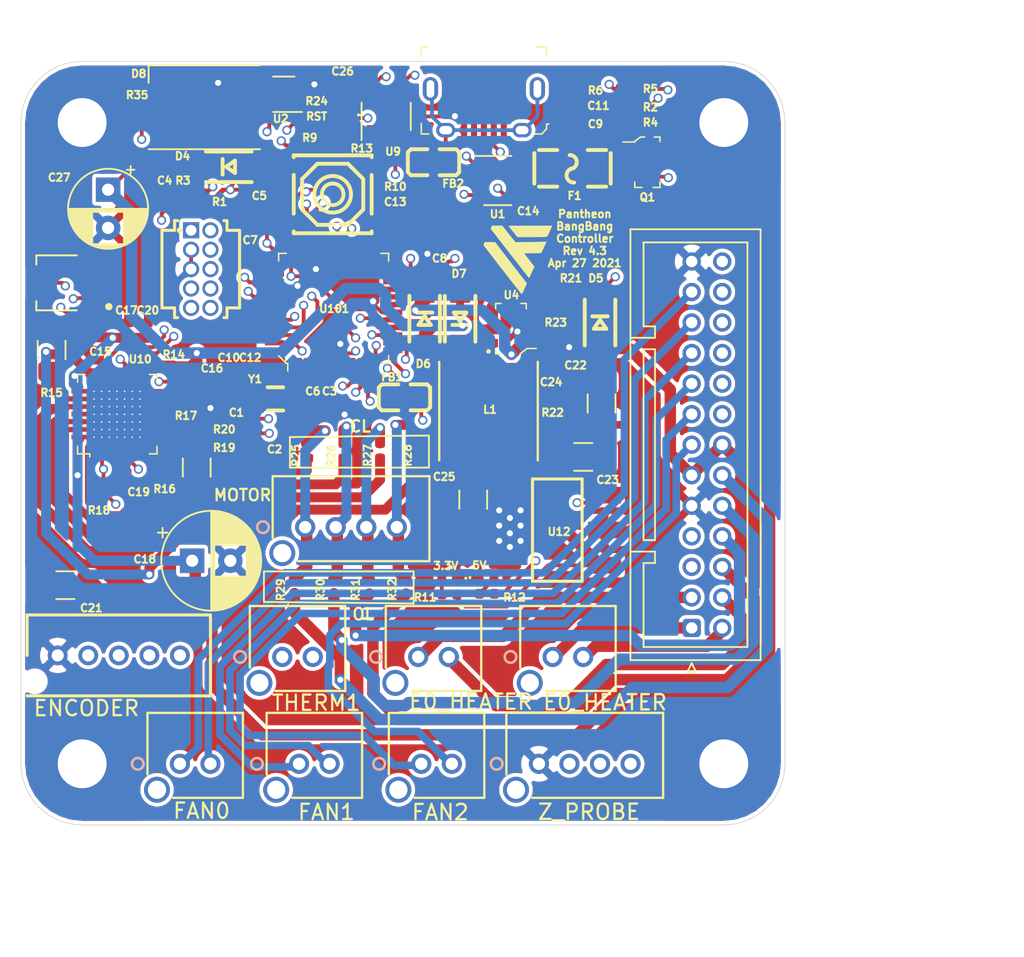
<source format=kicad_pcb>
(kicad_pcb (version 20171130) (host pcbnew "(5.1.6)-1")
  (layers (0 F.Cu signal) (1 In1.Cu signal) (2 In2.Cu signal) (31 B.Cu signal) (34 B.Paste user) (35 F.Paste user) (36 B.SilkS user) (37 F.SilkS user) (38 B.Mask user) (39 F.Mask user) (44 Edge.Cuts user))
  (net 0 "")
  (net 1 /Sheet5F7F862D/RST)
  (net 2 AREF)
  (net 3 +3V3)
  (net 4 VBUS)
  (net 5 +24V)
  (net 6 +5V)
  (net 7 VIN_SW)
  (net 8 "Net-(D1-Pad2)")
  (net 9 "Net-(D2-Pad2)")
  (net 10 "Net-(FB2-Pad2)")
  (net 11 D10\SS)
  (net 12 D11\MOSI)
  (net 13 D13\SCK)
  (net 14 D12\MISO)
  (net 15 A0)
  (net 16 /Sheet5F7F862D/SWDIO)
  (net 17 /Sheet5F7F862D/SWCLK)
  (net 18 "Net-(Q1-Pad1)")
  (net 19 USB_EN)
  (net 20 D0\RX)
  (net 21 D1\TX)
  (net 22 D4)
  (net 23 VREF)
  (net 24 "Net-(U1-Pad4)")
  (net 25 "Net-(U1-Pad6)")
  (net 26 D8)
  (net 27 D9)
  (net 28 A1)
  (net 29 A3)
  (net 30 A2)
  (net 31 A5)
  (net 32 A4)
  (net 33 D6)
  (net 34 D5)
  (net 35 D2)
  (net 36 D3)
  (net 37 D7)
  (net 38 SPI_MISO)
  (net 39 GPIO0)
  (net 40 "Net-(C11-Pad1)")
  (net 41 "Net-(C10-Pad1)")
  (net 42 "Net-(C15-Pad2)")
  (net 43 "Net-(C19-Pad2)")
  (net 44 "Net-(C19-Pad1)")
  (net 45 "Net-(C24-Pad1)")
  (net 46 "Net-(C24-Pad2)")
  (net 47 "Net-(J2-Pad06)")
  (net 48 "Net-(J2-Pad08)")
  (net 49 "Net-(J2-Pad09)")
  (net 50 "Net-(J2-Pad07)")
  (net 51 "Net-(R15-Pad1)")
  (net 52 "Net-(R16-Pad1)")
  (net 53 "Net-(R17-Pad1)")
  (net 54 "Net-(R21-Pad2)")
  (net 55 "Net-(R22-Pad2)")
  (net 56 "Net-(U10-Pad25)")
  (net 57 "Net-(U10-Pad20)")
  (net 58 "Net-(U10-Pad12)")
  (net 59 "Net-(U10-Pad11)")
  (net 60 "Net-(U10-Pad10)")
  (net 61 "Net-(U10-Pad9)")
  (net 62 "Net-(U10-Pad8)")
  (net 63 "Net-(U10-Pad7)")
  (net 64 "Net-(D3-Pad1)")
  (net 65 "Net-(D3-Pad2)")
  (net 66 E0-)
  (net 67 THERMISTOR1)
  (net 68 VSSA)
  (net 69 GND)
  (net 70 E0+)
  (net 71 E0_B2)
  (net 72 E0_B1)
  (net 73 E0_A1)
  (net 74 E0_A2)
  (net 75 V_FAN2-)
  (net 76 V_FAN1-)
  (net 77 V_FAN0-)
  (net 78 Z_PROBE_IN)
  (net 79 Z_PROBE_MOD)
  (net 80 "Net-(C1-Pad2)")
  (net 81 "Net-(C2-Pad2)")
  (net 82 SH)
  (net 83 ID)
  (net 84 "Net-(R14-Pad2)")
  (net 85 DP)
  (net 86 DN)
  (net 87 /Sheet5F7F862D/PB10)
  (net 88 /Sheet5F7F862D/PB11)
  (net 89 /Sheet5F7F862D/PB22)
  (net 90 /Sheet5F7F862D/PB23)
  (net 91 /Sheet5F7F862D/PA27)
  (net 92 /Sheet5F7F862D/PB03)
  (net 93 "Net-(J12-Pad1)")
  (net 94 "Net-(J12-Pad2)")
  (net 95 "Net-(J12-Pad3)")
  (net 96 "Net-(J12-Pad4)")
  (net 97 "Net-(FB1-Pad1)")
  (net 98 "Net-(D8-Pad4)")
  (net 99 "Net-(D8-Pad1)")
  (net 100 "Net-(D8-Pad2)")
  (net 101 "Net-(R35-Pad2)")
  (net 102 Z_PROBE_3.3)
  (net 103 /Sheet5F7F862D/PA22)
  (net 104 /Sheet5F7F862D/PA23)
  (net 105 V_FAN2+)
  (net 106 V_FAN1+)
  (net 107 V_FAN0+)
  (net 108 "Net-(R25-Pad2)")
  (net 109 "Net-(R26-Pad2)")
  (net 110 "Net-(R27-Pad2)")
  (net 111 "Net-(R28-Pad2)")
  (module Pantheon:Logo_quarter (layer F.Cu) (at 68.5 35)
    (fp_text reference G*** hide)
    (fp_text value LOGO hide)
  )
  (module digikey-footprints:TQFP-48_7x7mm (layer F.Cu) (at 56.46 38.17 90)
    (fp_text reference U101 (at -0.03 0.04 180) (layer F.SilkS) (effects (font (size 0.5 0.5) (thickness 0.125))))
    (fp_text value ATSAMD21G18A-AUT)
    (pad 6 smd rect (at -3.875 -0.25 90) (size 1.25 0.35) (layers F.Cu F.Paste F.Mask) (net 97 "Net-(FB1-Pad1)"))
    (pad 5 smd rect (at -3.875 -0.75 90) (size 1.25 0.35) (layers F.Cu F.Paste F.Mask) (net 69 GND))
    (pad 4 smd rect (at -3.875 -1.25 90) (size 1.25 0.35) (layers F.Cu F.Paste F.Mask) (net 2 AREF))
    (pad 3 smd rect (at -3.875 -1.75 90) (size 1.25 0.35) (layers F.Cu F.Paste F.Mask) (net 15 A0))
    (pad 2 smd rect (at -3.875 -2.25 90) (size 1.25 0.35) (layers F.Cu F.Paste F.Mask) (net 81 "Net-(C2-Pad2)"))
    (pad 1 smd rect (at -3.875 -2.75 90) (size 1.25 0.35) (layers F.Cu F.Paste F.Mask) (net 80 "Net-(C1-Pad2)"))
    (pad 7 smd rect (at -3.875 0.25 90) (size 1.25 0.35) (layers F.Cu F.Paste F.Mask) (net 28 A1))
    (pad 8 smd rect (at -3.875 0.75 90) (size 1.25 0.35) (layers F.Cu F.Paste F.Mask) (net 30 A2))
    (pad 9 smd rect (at -3.875 1.25 90) (size 1.25 0.35) (layers F.Cu F.Paste F.Mask) (net 29 A3))
    (pad 10 smd rect (at -3.875 1.75 90) (size 1.25 0.35) (layers F.Cu F.Paste F.Mask) (net 32 A4))
    (pad 11 smd rect (at -3.875 2.25 90) (size 1.25 0.35) (layers F.Cu F.Paste F.Mask) (net 26 D8))
    (pad 12 smd rect (at -3.875 2.75 90) (size 1.25 0.35) (layers F.Cu F.Paste F.Mask) (net 27 D9))
    (pad 18 smd rect (at -0.25 3.875 90) (size 0.35 1.25) (layers F.Cu F.Paste F.Mask) (net 69 GND))
    (pad 17 smd rect (at -0.75 3.875 90) (size 0.35 1.25) (layers F.Cu F.Paste F.Mask) (net 3 +3V3))
    (pad 16 smd rect (at -1.25 3.875 90) (size 0.35 1.25) (layers F.Cu F.Paste F.Mask) (net 20 D0\RX))
    (pad 15 smd rect (at -1.75 3.875 90) (size 0.35 1.25) (layers F.Cu F.Paste F.Mask) (net 21 D1\TX))
    (pad 14 smd rect (at -2.25 3.875 90) (size 0.35 1.25) (layers F.Cu F.Paste F.Mask) (net 36 D3))
    (pad 13 smd rect (at -2.75 3.875 90) (size 0.35 1.25) (layers F.Cu F.Paste F.Mask) (net 22 D4))
    (pad 19 smd rect (at 0.25 3.875 90) (size 0.35 1.25) (layers F.Cu F.Paste F.Mask) (net 87 /Sheet5F7F862D/PB10))
    (pad 20 smd rect (at 0.75 3.875 90) (size 0.35 1.25) (layers F.Cu F.Paste F.Mask) (net 88 /Sheet5F7F862D/PB11))
    (pad 21 smd rect (at 1.25 3.875 90) (size 0.35 1.25) (layers F.Cu F.Paste F.Mask) (net 38 SPI_MISO))
    (pad 22 smd rect (at 1.75 3.875 90) (size 0.35 1.25) (layers F.Cu F.Paste F.Mask) (net 39 GPIO0))
    (pad 23 smd rect (at 2.25 3.875 90) (size 0.35 1.25) (layers F.Cu F.Paste F.Mask) (net 35 D2))
    (pad 24 smd rect (at 2.75 3.875 90) (size 0.35 1.25) (layers F.Cu F.Paste F.Mask) (net 34 D5))
    (pad 25 smd rect (at 3.875 2.75 90) (size 1.25 0.35) (layers F.Cu F.Paste F.Mask) (net 12 D11\MOSI))
    (pad 26 smd rect (at 3.875 2.25 90) (size 1.25 0.35) (layers F.Cu F.Paste F.Mask) (net 13 D13\SCK))
    (pad 27 smd rect (at 3.875 1.75 90) (size 1.25 0.35) (layers F.Cu F.Paste F.Mask) (net 11 D10\SS))
    (pad 28 smd rect (at 3.875 1.25 90) (size 1.25 0.35) (layers F.Cu F.Paste F.Mask) (net 14 D12\MISO))
    (pad 29 smd rect (at 3.875 0.75 90) (size 1.25 0.35) (layers F.Cu F.Paste F.Mask) (net 33 D6))
    (pad 30 smd rect (at 3.875 0.25 90) (size 1.25 0.35) (layers F.Cu F.Paste F.Mask) (net 37 D7))
    (pad 31 smd rect (at 3.875 -0.25 90) (size 1.25 0.35) (layers F.Cu F.Paste F.Mask) (net 103 /Sheet5F7F862D/PA22))
    (pad 32 smd rect (at 3.875 -0.75 90) (size 1.25 0.35) (layers F.Cu F.Paste F.Mask) (net 104 /Sheet5F7F862D/PA23))
    (pad 33 smd rect (at 3.875 -1.25 90) (size 1.25 0.35) (layers F.Cu F.Paste F.Mask) (net 86 DN))
    (pad 34 smd rect (at 3.875 -1.75 90) (size 1.25 0.35) (layers F.Cu F.Paste F.Mask) (net 85 DP))
    (pad 35 smd rect (at 3.875 -2.25 90) (size 1.25 0.35) (layers F.Cu F.Paste F.Mask) (net 69 GND))
    (pad 36 smd rect (at 3.875 -2.75 90) (size 1.25 0.35) (layers F.Cu F.Paste F.Mask) (net 3 +3V3))
    (pad 37 smd rect (at 2.75 -3.875 90) (size 0.35 1.25) (layers F.Cu F.Paste F.Mask) (net 89 /Sheet5F7F862D/PB22))
    (pad 38 smd rect (at 2.25 -3.875 90) (size 0.35 1.25) (layers F.Cu F.Paste F.Mask) (net 90 /Sheet5F7F862D/PB23))
    (pad 39 smd rect (at 1.75 -3.875 90) (size 0.35 1.25) (layers F.Cu F.Paste F.Mask) (net 91 /Sheet5F7F862D/PA27))
    (pad 40 smd rect (at 1.25 -3.875 90) (size 0.35 1.25) (layers F.Cu F.Paste F.Mask) (net 1 /Sheet5F7F862D/RST))
    (pad 41 smd rect (at 0.75 -3.875 90) (size 0.35 1.25) (layers F.Cu F.Paste F.Mask) (net 19 USB_EN))
    (pad 42 smd rect (at 0.25 -3.875 90) (size 0.35 1.25) (layers F.Cu F.Paste F.Mask) (net 69 GND))
    (pad 43 smd rect (at -0.25 -3.875 90) (size 0.35 1.25) (layers F.Cu F.Paste F.Mask) (net 41 "Net-(C10-Pad1)"))
    (pad 44 smd rect (at -0.75 -3.875 90) (size 0.35 1.25) (layers F.Cu F.Paste F.Mask) (net 3 +3V3))
    (pad 45 smd rect (at -1.25 -3.875 90) (size 0.35 1.25) (layers F.Cu F.Paste F.Mask) (net 17 /Sheet5F7F862D/SWCLK))
    (pad 46 smd rect (at -1.75 -3.875 90) (size 0.35 1.25) (layers F.Cu F.Paste F.Mask) (net 16 /Sheet5F7F862D/SWDIO))
    (pad 47 smd rect (at -2.25 -3.875 90) (size 0.35 1.25) (layers F.Cu F.Paste F.Mask) (net 31 A5))
    (pad 48 smd rect (at -2.75 -3.875 90) (size 0.35 1.25) (layers F.Cu F.Paste F.Mask) (net 92 /Sheet5F7F862D/PB03))
  )
  (module SAMTEC_FTSH-105-01-F-D-K (layer F.Cu) (at 47.765 35.6 270)
    (fp_text reference J2 hide)
    (fp_text value FTSH-105-01-F-D-K hide)
    (pad 01 thru_hole rect (at -2.54 0.635 270) (size 1.06 1.06) (drill 0.71) (layers *.Cu *.Mask) (net 3 +3V3))
    (pad 02 thru_hole circle (at -2.54 -0.635 270) (size 1.06 1.06) (drill 0.71) (layers *.Cu *.Mask) (net 16 /Sheet5F7F862D/SWDIO))
    (pad 03 thru_hole circle (at -1.27 0.635 270) (size 1.06 1.06) (drill 0.71) (layers *.Cu *.Mask) (net 69 GND))
    (pad 04 thru_hole circle (at -1.27 -0.635 270) (size 1.06 1.06) (drill 0.71) (layers *.Cu *.Mask) (net 17 /Sheet5F7F862D/SWCLK))
    (pad 05 thru_hole circle (at 0 0.635 270) (size 1.06 1.06) (drill 0.71) (layers *.Cu *.Mask) (net 69 GND))
    (pad 06 thru_hole circle (at 0 -0.635 270) (size 1.06 1.06) (drill 0.71) (layers *.Cu *.Mask) (net 47 "Net-(J2-Pad06)"))
    (pad 08 thru_hole circle (at 1.27 -0.635 270) (size 1.06 1.06) (drill 0.71) (layers *.Cu *.Mask) (net 48 "Net-(J2-Pad08)"))
    (pad 09 thru_hole circle (at 2.54 0.635 270) (size 1.06 1.06) (drill 0.71) (layers *.Cu *.Mask) (net 49 "Net-(J2-Pad09)"))
    (pad 10 thru_hole circle (at 2.54 -0.635 270) (size 1.06 1.06) (drill 0.71) (layers *.Cu *.Mask) (net 64 "Net-(D3-Pad1)"))
    (pad 07 thru_hole circle (at 1.27 0.635 270) (size 1.06 1.06) (drill 0.71) (layers *.Cu *.Mask) (net 50 "Net-(J2-Pad07)"))
  )
  (module footprints:B04B-PASK-1 (layer F.Cu) (at 54.6 52.5 180)
    (fp_text reference J12 hide)
    (fp_text value MOTOR (at 4.1 2.1) (layer F.SilkS) (effects (font (size 0.75 0.75))))
    (pad 1 thru_hole circle (at 0 0 180) (size 1.3208 1.3208) (drill 0.8128) (layers *.Cu *.Mask) (net 93 "Net-(J12-Pad1)"))
    (pad 2 thru_hole circle (at -1.999999 0 180) (size 1.3208 1.3208) (drill 0.8128) (layers *.Cu *.Mask) (net 94 "Net-(J12-Pad2)"))
    (pad 3 thru_hole circle (at -4 0 180) (size 1.3208 1.3208) (drill 0.8128) (layers *.Cu *.Mask) (net 95 "Net-(J12-Pad3)"))
    (pad 4 thru_hole circle (at -5.999998 0 180) (size 1.3208 1.3208) (drill 0.8128) (layers *.Cu *.Mask) (net 96 "Net-(J12-Pad4)"))
    (pad 5 thru_hole circle (at 1.500002 -1.7 180) (size 1.7018 1.7018) (drill 1.1938) (layers *.Cu *.Mask))
  )
  (module footprints:B02B-PASK-1LFSN (layer F.Cu) (at 54.2 68 180)
    (fp_text reference J6 hide)
    (fp_text value FAN1 (at -1.79 -3.16) (layer F.SilkS))
    (pad 1 thru_hole circle (at 0.000001 0 180) (size 1.3208 1.3208) (drill 0.8128) (layers *.Cu *.Mask) (net 76 V_FAN1-))
    (pad 2 thru_hole circle (at -2.000001 0 180) (size 1.3208 1.3208) (drill 0.8128) (layers *.Cu *.Mask) (net 106 V_FAN1+))
    (pad 3 thru_hole circle (at 1.5 -1.7 180) (size 1.7018 1.7018) (drill 1.1938) (layers *.Cu *.Mask))
  )
  (module "arduino:L0603(FB)" (layer F.Cu) (at 63 28.6)
    (fp_text reference FB2 (at 0.5 1.4) (layer F.SilkS) (effects (font (size 0.5 0.5) (thickness 0.125)) (justify left)))
    (fp_text value Ferrite_Bead hide)
    (pad 2 smd rect (at 0.9 0) (size 1 1.1) (layers F.Cu F.Paste F.Mask) (net 10 "Net-(FB2-Pad2)"))
    (pad 1 smd rect (at -0.9 0) (size 1 1.1) (layers F.Cu F.Paste F.Mask) (net 69 GND))
  )
  (module arduino:ss24fl (layer F.Cu) (at 73.9 39.1 270)
    (fp_text reference D5 (at -2.9 -0.3 180) (layer F.SilkS) (effects (font (size 0.5 0.5) (thickness 0.125)) (justify right)))
    (fp_text value D_Zener hide)
    (pad 2 smd rect (at 1.7 0 270) (size 1.3 1.3) (layers F.Cu F.Paste F.Mask) (net 5 +24V))
    (pad 1 smd rect (at -1.7 0 270) (size 1.3 1.3) (layers F.Cu F.Paste F.Mask) (net 7 VIN_SW))
  )
  (module MountingHole:MountingHole_3.2mm_M3_DIN965_Pad (layer F.Cu) (at 40 68)
    (fp_text reference H1 hide)
    (fp_text value MountingHole)
    (pad 1 thru_hole circle (at 0 0) (size 5.6 5.6) (drill 3.2) (layers *.Cu *.Mask) (net 69 GND))
  )
  (module digikey-footprints:VFQFN-28-1EP_5x5mm (layer F.Cu) (at 42.3 45.1 90)
    (fp_text reference U10 (at 3.6 1.5 180) (layer F.SilkS) (effects (font (size 0.5 0.5) (thickness 0.125))))
    (fp_text value TMC2208-LA-T)
    (pad 22 smd rect (at 1.5 -2.5 90) (size 0.3 1) (layers F.Cu F.Paste F.Mask) (net 5 +24V))
    (pad 15 smd rect (at 2.5 1.5 90) (size 1 0.3) (layers F.Cu F.Paste F.Mask) (net 6 +5V))
    (pad 8 smd rect (at -1.5 2.5 90) (size 0.3 1) (layers F.Cu F.Paste F.Mask) (net 62 "Net-(U10-Pad8)"))
    (pad 1 smd rect (at -2.5 -1.5 90) (size 1 0.3) (layers F.Cu F.Paste F.Mask) (net 108 "Net-(R25-Pad2)"))
    (pad 2 smd rect (at -2.5 -1 90) (size 1 0.3) (layers F.Cu F.Paste F.Mask) (net 31 A5))
    (pad 3 smd rect (at -2.5 -0.5 90) (size 1 0.3) (layers F.Cu F.Paste F.Mask) (net 69 GND))
    (pad 4 smd rect (at -2.5 0 90) (size 1 0.3) (layers F.Cu F.Paste F.Mask) (net 44 "Net-(C19-Pad1)"))
    (pad 5 smd rect (at -2.5 0.5 90) (size 1 0.3) (layers F.Cu F.Paste F.Mask) (net 43 "Net-(C19-Pad2)"))
    (pad 6 smd rect (at -2.5 1 90) (size 1 0.3) (layers F.Cu F.Paste F.Mask) (net 42 "Net-(C15-Pad2)"))
    (pad 7 smd rect (at -2.5 1.5 90) (size 1 0.3) (layers F.Cu F.Paste F.Mask) (net 63 "Net-(U10-Pad7)"))
    (pad 9 smd rect (at -1 2.5 90) (size 0.3 1) (layers F.Cu F.Paste F.Mask) (net 61 "Net-(U10-Pad9)"))
    (pad 10 smd rect (at -0.5 2.5 90) (size 0.3 1) (layers F.Cu F.Paste F.Mask) (net 60 "Net-(U10-Pad10)"))
    (pad 11 smd rect (at 0 2.5 90) (size 0.3 1) (layers F.Cu F.Paste F.Mask) (net 59 "Net-(U10-Pad11)"))
    (pad 12 smd rect (at 0.5 2.5 90) (size 0.3 1) (layers F.Cu F.Paste F.Mask) (net 58 "Net-(U10-Pad12)"))
    (pad 13 smd rect (at 1 2.5 90) (size 0.3 1) (layers F.Cu F.Paste F.Mask) (net 53 "Net-(R17-Pad1)"))
    (pad 14 smd rect (at 1.5 2.5 90) (size 0.3 1) (layers F.Cu F.Paste F.Mask) (net 20 D0\RX))
    (pad 16 smd rect (at 2.5 1 90) (size 1 0.3) (layers F.Cu F.Paste F.Mask) (net 37 D7))
    (pad 17 smd rect (at 2.5 0.5 90) (size 1 0.3) (layers F.Cu F.Paste F.Mask) (net 23 VREF))
    (pad 18 smd rect (at 2.5 0 90) (size 1 0.3) (layers F.Cu F.Paste F.Mask) (net 69 GND))
    (pad 19 smd rect (at 2.5 -0.5 90) (size 1 0.3) (layers F.Cu F.Paste F.Mask) (net 33 D6))
    (pad 20 smd rect (at 2.5 -1 90) (size 1 0.3) (layers F.Cu F.Paste F.Mask) (net 57 "Net-(U10-Pad20)"))
    (pad 21 smd rect (at 2.5 -1.5 90) (size 1 0.3) (layers F.Cu F.Paste F.Mask) (net 111 "Net-(R28-Pad2)"))
    (pad 23 smd rect (at 1 -2.5 90) (size 0.3 1) (layers F.Cu F.Paste F.Mask) (net 51 "Net-(R15-Pad1)"))
    (pad 24 smd rect (at 0.5 -2.5 90) (size 0.3 1) (layers F.Cu F.Paste F.Mask) (net 110 "Net-(R27-Pad2)"))
    (pad 25 smd rect (at 0 -2.5 90) (size 0.3 1) (layers F.Cu F.Paste F.Mask) (net 56 "Net-(U10-Pad25)"))
    (pad 26 smd rect (at -0.5 -2.5 90) (size 0.3 1) (layers F.Cu F.Paste F.Mask) (net 109 "Net-(R26-Pad2)"))
    (pad 27 smd rect (at -1 -2.5 90) (size 0.3 1) (layers F.Cu F.Paste F.Mask) (net 52 "Net-(R16-Pad1)"))
    (pad 28 smd rect (at -1.5 -2.5 90) (size 0.3 1) (layers F.Cu F.Paste F.Mask) (net 5 +24V))
    (pad 29 smd rect (at 0 0 90) (size 3.4 3.4) (layers F.Cu F.Paste F.Mask) (net 69 GND))
  )
  (module arduino:ss24fl (layer F.Cu) (at 49.6 28.9)
    (fp_text reference D4 (at -3.6 -0.7) (layer F.SilkS) (effects (font (size 0.5 0.5) (thickness 0.125)) (justify left)))
    (fp_text value D_Zener hide)
    (pad 1 smd rect (at -1.7 0) (size 1.3 1.3) (layers F.Cu F.Paste F.Mask) (net 3 +3V3))
    (pad 2 smd rect (at 1.7 0) (size 1.3 1.3) (layers F.Cu F.Paste F.Mask) (net 64 "Net-(D3-Pad1)"))
  )
  (module arduino:SOT-223_L6.5-W3.5-P2.30-LS7.0-BR (layer F.Cu) (at 71.1 52.7)
    (fp_text reference U12 (at -0.7 0.1) (layer F.SilkS) (effects (font (size 0.5 0.5) (thickness 0.125)) (justify left)))
    (fp_text value TC1262-33 hide)
    (pad 2 smd rect (at -3.099 -0.013 90) (size 3.505 2.159) (layers F.Cu F.Paste F.Mask) (net 69 GND))
    (pad 3 smd rect (at 3.099 -2.299 90) (size 1.092 2.159) (layers F.Cu F.Paste F.Mask) (net 3 +3V3))
    (pad 2 smd rect (at 3.099 -0.013 90) (size 1.092 2.159) (layers F.Cu F.Paste F.Mask) (net 69 GND))
    (pad 1 smd rect (at 3.099 2.299 90) (size 1.092 2.159) (layers F.Cu F.Paste F.Mask) (net 6 +5V))
  )
  (module MountingHole:MountingHole_3.2mm_M3_DIN965_Pad (layer F.Cu) (at 82 26)
    (fp_text reference H3 hide)
    (fp_text value MountingHole)
    (pad 1 thru_hole circle (at 0 0) (size 5.6 5.6) (drill 3.2) (layers *.Cu *.Mask) (net 69 GND))
  )
  (module MountingHole:MountingHole_3.2mm_M3_DIN965_Pad (layer F.Cu) (at 82 68)
    (fp_text reference H4 hide)
    (fp_text value MountingHole)
    (pad 1 thru_hole circle (at 0 0) (size 5.6 5.6) (drill 3.2) (layers *.Cu *.Mask) (net 69 GND))
  )
  (module MountingHole:MountingHole_3.2mm_M3_DIN965_Pad (layer F.Cu) (at 40 26)
    (fp_text reference H2 hide)
    (fp_text value MountingHole)
    (pad 1 thru_hole circle (at 0 0) (size 5.6 5.6) (drill 3.2) (layers *.Cu *.Mask) (net 69 GND))
  )
  (module Capacitor_SMD:C_1206_3216Metric (layer F.Cu) (at 38.9 56.3 180)
    (fp_text reference C21 (at -1.7 -1.5) (layer F.SilkS) (effects (font (size 0.5 0.5) (thickness 0.125))))
    (fp_text value 1uF)
    (pad 1 smd roundrect (at -1.4 0 180) (size 1.25 1.75) (layers F.Cu F.Paste F.Mask) (roundrect_rratio 0.2) (net 5 +24V))
    (pad 2 smd roundrect (at 1.4 0 180) (size 1.25 1.75) (layers F.Cu F.Paste F.Mask) (roundrect_rratio 0.2) (net 69 GND))
  )
  (module Capacitor_SMD:C_1206_3216Metric (layer F.Cu) (at 74 44.4 270)
    (fp_text reference C22 (at -2.5 1.7 180) (layer F.SilkS) (effects (font (size 0.5 0.5) (thickness 0.125))))
    (fp_text value 47uF)
    (pad 2 smd roundrect (at 1.4 0 270) (size 1.25 1.75) (layers F.Cu F.Paste F.Mask) (roundrect_rratio 0.2) (net 69 GND))
    (pad 1 smd roundrect (at -1.4 0 270) (size 1.25 1.75) (layers F.Cu F.Paste F.Mask) (roundrect_rratio 0.2) (net 7 VIN_SW))
  )
  (module arduino:ss24fl (layer F.Cu) (at 62.42 38.85 270)
    (fp_text reference D6 (at 2.95 -0.48 180) (layer F.SilkS) (effects (font (size 0.5 0.5) (thickness 0.125)) (justify right)))
    (fp_text value D_Zener hide)
    (pad 1 smd rect (at -1.7 0 270) (size 1.3 1.3) (layers F.Cu F.Paste F.Mask) (net 45 "Net-(C24-Pad1)"))
    (pad 2 smd rect (at 1.7 0 270) (size 1.3 1.3) (layers F.Cu F.Paste F.Mask) (net 6 +5V))
  )
  (module arduino:ss24fl (layer F.Cu) (at 64.74 38.85 90)
    (fp_text reference D7 (at 2.95 -0.64 180) (layer F.SilkS) (effects (font (size 0.5 0.5) (thickness 0.125)) (justify left)))
    (fp_text value D_Zener hide)
    (pad 2 smd rect (at 1.7 0 90) (size 1.3 1.3) (layers F.Cu F.Paste F.Mask) (net 69 GND))
    (pad 1 smd rect (at -1.7 0 90) (size 1.3 1.3) (layers F.Cu F.Paste F.Mask) (net 46 "Net-(C24-Pad2)"))
  )
  (module arduino:fuse (layer F.Cu) (at 72.1 29)
    (fp_text reference F1 (at -0.4 1.8) (layer F.SilkS) (effects (font (size 0.5 0.5) (thickness 0.125)) (justify left)))
    (fp_text value Fuse hide)
    (pad 2 smd rect (at 1.6 0) (size 1.2 1.9) (layers F.Cu F.Paste F.Mask) (net 40 "Net-(C11-Pad1)"))
    (pad 1 smd rect (at -1.6 0) (size 1.2 1.9) (layers F.Cu F.Paste F.Mask) (net 4 VBUS))
  )
  (module "arduino:L0603(FB)" (layer F.Cu) (at 61.1 44)
    (fp_text reference FB1 (at -1.6 -1.325) (layer F.SilkS) (effects (font (size 0.5 0.5) (thickness 0.125)) (justify left)))
    (fp_text value Ferrite_Bead hide)
    (pad 2 smd rect (at 0.9 0) (size 1 1.1) (layers F.Cu F.Paste F.Mask) (net 3 +3V3))
    (pad 1 smd rect (at -0.9 0) (size 1 1.1) (layers F.Cu F.Paste F.Mask) (net 97 "Net-(FB1-Pad1)"))
  )
  (module TC33X-2-203E:TRIM_TC33X-2-203E (layer F.Cu) (at 38.8 36.5 180)
    (fp_text reference RV1 hide)
    (fp_text value 20K hide)
    (pad 2 smd rect (at 1.45 0 90) (size 1.6 1.5) (layers F.Cu F.Paste F.Mask) (net 23 VREF))
    (pad 3 smd rect (at -1.8 1 180) (size 1.2 1.2) (layers F.Cu F.Paste F.Mask) (net 69 GND))
    (pad 1 smd rect (at -1.8 -1 180) (size 1.2 1.2) (layers F.Cu F.Paste F.Mask) (net 84 "Net-(R14-Pad2)"))
  )
  (module arduino:reset_button (layer F.Cu) (at 56.4 30.7)
    (fp_text reference S1 hide)
    (fp_text value RST hide)
    (pad 1 smd rect (at -3 -1.85) (size 1.3 0.7) (layers F.Cu F.Paste F.Mask) (net 69 GND))
    (pad 2 smd rect (at 3 -1.85) (size 1.3 0.7) (layers F.Cu F.Paste F.Mask) (net 69 GND))
    (pad 3 smd rect (at -3 1.85) (size 1.3 0.7) (layers F.Cu F.Paste F.Mask) (net 64 "Net-(D3-Pad1)"))
    (pad 4 smd rect (at 3 1.85) (size 1.3 0.7) (layers F.Cu F.Paste F.Mask) (net 64 "Net-(D3-Pad1)"))
  )
  (module Package_TO_SOT_SMD:SOT-23-6 (layer F.Cu) (at 67.2 29.8)
    (fp_text reference U1 (at 0 2.2) (layer F.SilkS) (effects (font (size 0.5 0.5) (thickness 0.125))))
    (fp_text value USBLC6-2SC6)
    (pad 1 smd rect (at -1.1 -0.95) (size 1.06 0.65) (layers F.Cu F.Paste F.Mask) (net 85 DP))
    (pad 2 smd rect (at -1.1 0) (size 1.06 0.65) (layers F.Cu F.Paste F.Mask) (net 82 SH))
    (pad 3 smd rect (at -1.1 0.95) (size 1.06 0.65) (layers F.Cu F.Paste F.Mask) (net 86 DN))
    (pad 4 smd rect (at 1.1 0.95) (size 1.06 0.65) (layers F.Cu F.Paste F.Mask) (net 24 "Net-(U1-Pad4)"))
    (pad 6 smd rect (at 1.1 -0.95) (size 1.06 0.65) (layers F.Cu F.Paste F.Mask) (net 25 "Net-(U1-Pad6)"))
    (pad 5 smd rect (at 1.1 0) (size 1.06 0.65) (layers F.Cu F.Paste F.Mask) (net 4 VBUS))
  )
  (module digikey-footprints:SOT-23-6 (layer F.Cu) (at 68.07 39.5 90)
    (fp_text reference U4 (at 2.2 0.03 180) (layer F.SilkS) (effects (font (size 0.5 0.5) (thickness 0.125))))
    (fp_text value AOZ1280CI)
    (pad 3 smd rect (at 0.95 1.35 90) (size 0.55 1) (layers F.Cu F.Paste F.Mask) (net 55 "Net-(R22-Pad2)"))
    (pad 2 smd rect (at 0 1.35 90) (size 0.55 1) (layers F.Cu F.Paste F.Mask) (net 69 GND))
    (pad 1 smd rect (at -0.95 1.35 90) (size 0.55 1) (layers F.Cu F.Paste F.Mask) (net 45 "Net-(C24-Pad1)"))
    (pad 4 smd rect (at 0.95 -1.35 90) (size 0.55 1) (layers F.Cu F.Paste F.Mask) (net 54 "Net-(R21-Pad2)"))
    (pad 5 smd rect (at 0 -1.35 90) (size 0.55 1) (layers F.Cu F.Paste F.Mask) (net 7 VIN_SW))
    (pad 6 smd rect (at -0.95 -1.35 90) (size 0.55 1) (layers F.Cu F.Paste F.Mask) (net 46 "Net-(C24-Pad2)"))
  )
  (module arduino:FC-135R_L3.2-W1.5 (layer F.Cu) (at 52.65 44.1)
    (fp_text reference Y1 (at -1.86 -1.3) (layer F.SilkS) (effects (font (size 0.5 0.5) (thickness 0.125)) (justify left)))
    (fp_text value 32.76KHz hide)
    (pad 1 smd rect (at -1.25 0 90) (size 1.8 1) (layers F.Cu F.Paste F.Mask) (net 80 "Net-(C1-Pad2)"))
    (pad 2 smd rect (at 1.25 0 90) (size 1.8 1) (layers F.Cu F.Paste F.Mask) (net 81 "Net-(C2-Pad2)"))
  )
  (module Capacitor_THT:CP_Radial_D6.3mm_P2.50mm (layer F.Cu) (at 47.2 54.7)
    (fp_text reference C18 (at -3.1 -0.1 180) (layer F.SilkS) (effects (font (size 0.5 0.5) (thickness 0.125))))
    (fp_text value 47uF)
    (pad 1 thru_hole rect (at 0 0) (size 1.6 1.6) (drill 0.8) (layers *.Cu *.Mask) (net 5 +24V))
    (pad 2 thru_hole circle (at 2.5 0) (size 1.6 1.6) (drill 0.8) (layers *.Cu *.Mask) (net 69 GND))
  )
  (module Capacitor_SMD:C_1206_3216Metric (layer F.Cu) (at 72.8 47.9 180)
    (fp_text reference C23 (at -1.6 -1.5) (layer F.SilkS) (effects (font (size 0.5 0.5) (thickness 0.125))))
    (fp_text value 47uF)
    (pad 2 smd roundrect (at 1.4 0 180) (size 1.25 1.75) (layers F.Cu F.Paste F.Mask) (roundrect_rratio 0.2) (net 69 GND))
    (pad 1 smd roundrect (at -1.4 0 180) (size 1.25 1.75) (layers F.Cu F.Paste F.Mask) (roundrect_rratio 0.2) (net 3 +3V3))
  )
  (module Capacitor_SMD:C_1206_3216Metric (layer F.Cu) (at 65.6 50.7 270)
    (fp_text reference C25 (at -1.5 1.9 180) (layer F.SilkS) (effects (font (size 0.5 0.5) (thickness 0.125))))
    (fp_text value 4.7uF)
    (pad 1 smd roundrect (at -1.4 0 270) (size 1.25 1.75) (layers F.Cu F.Paste F.Mask) (roundrect_rratio 0.2) (net 6 +5V))
    (pad 2 smd roundrect (at 1.4 0 270) (size 1.25 1.75) (layers F.Cu F.Paste F.Mask) (roundrect_rratio 0.2) (net 69 GND))
  )
  (module digikey-footprints:SOT-23-3 (layer F.Cu) (at 77 28.6)
    (fp_text reference Q1 (at 0 2.3) (layer F.SilkS) (effects (font (size 0.5 0.5) (thickness 0.125))))
    (fp_text value AO3401A)
    (pad 3 smd rect (at 1.05 0) (size 1.3 0.6) (layers F.Cu F.Paste F.Mask) (net 40 "Net-(C11-Pad1)"))
    (pad 2 smd rect (at -1.05 0.95) (size 1.3 0.6) (layers F.Cu F.Paste F.Mask) (net 6 +5V))
    (pad 1 smd rect (at -1.05 -0.95) (size 1.3 0.6) (layers F.Cu F.Paste F.Mask) (net 18 "Net-(Q1-Pad1)"))
  )
  (module Package_TO_SOT_SMD:SOT-23-5 (layer F.Cu) (at 59.9 25.6 90)
    (fp_text reference U9 (at -2.3 0.45 180) (layer F.SilkS) (effects (font (size 0.5 0.5) (thickness 0.125))))
    (fp_text value SN74LVC1G125DBVT)
    (pad 1 smd rect (at -1.1 -0.95 90) (size 1.06 0.65) (layers F.Cu F.Paste F.Mask) (net 83 ID))
    (pad 2 smd rect (at -1.1 0 90) (size 1.06 0.65) (layers F.Cu F.Paste F.Mask) (net 83 ID))
    (pad 3 smd rect (at -1.1 0.95 90) (size 1.06 0.65) (layers F.Cu F.Paste F.Mask) (net 69 GND))
    (pad 4 smd rect (at 1.1 0.95 90) (size 1.06 0.65) (layers F.Cu F.Paste F.Mask) (net 18 "Net-(Q1-Pad1)"))
    (pad 5 smd rect (at 1.1 -0.95 90) (size 1.06 0.65) (layers F.Cu F.Paste F.Mask) (net 3 +3V3))
  )
  (module SamacSys_Parts:B05B-PASK-1 (layer F.Cu) (at 42.4 60.9 180)
    (fp_text reference J3 hide)
    (fp_text value ENCODER (at 2.12 -3.46) (layer F.SilkS))
    (pad 6 np_thru_hole circle (at 5.5 -1.7 180) (size 1.2 0) (drill 1.2) (layers *.Cu *.Mask))
    (pad 5 thru_hole circle (at 4 0 180) (size 1.3 1.3) (drill 0.8) (layers *.Cu *.Mask) (net 69 GND))
    (pad 4 thru_hole circle (at 2 0 180) (size 1.3 1.3) (drill 0.8) (layers *.Cu *.Mask) (net 3 +3V3))
    (pad 3 thru_hole circle (at 0 0 180) (size 1.3 1.3) (drill 0.8) (layers *.Cu *.Mask) (net 29 A3))
    (pad 2 thru_hole circle (at -2 0 180) (size 1.3 1.3) (drill 0.8) (layers *.Cu *.Mask) (net 32 A4))
    (pad 1 thru_hole circle (at -4 0 180) (size 1.3 1.3) (drill 0.8) (layers *.Cu *.Mask) (net 26 D8))
  )
  (module footprints:B02B-PASK-1LFSN (layer F.Cu) (at 46.4 68 180)
    (fp_text reference J5 hide)
    (fp_text value FAN0 (at -1.42 -3.08) (layer F.SilkS))
    (pad 3 thru_hole circle (at 1.5 -1.7 180) (size 1.7018 1.7018) (drill 1.1938) (layers *.Cu *.Mask))
    (pad 2 thru_hole circle (at -2.000001 0 180) (size 1.3208 1.3208) (drill 0.8128) (layers *.Cu *.Mask) (net 107 V_FAN0+))
    (pad 1 thru_hole circle (at 0.000001 0 180) (size 1.3208 1.3208) (drill 0.8128) (layers *.Cu *.Mask) (net 77 V_FAN0-))
  )
  (module footprints:B02B-PASK-1LFSN (layer F.Cu) (at 62.2 68 180)
    (fp_text reference J8 hide)
    (fp_text value FAN2 (at -1.24 -3.17) (layer F.SilkS))
    (pad 1 thru_hole circle (at 0.000001 0 180) (size 1.3208 1.3208) (drill 0.8128) (layers *.Cu *.Mask) (net 75 V_FAN2-))
    (pad 2 thru_hole circle (at -2.000001 0 180) (size 1.3208 1.3208) (drill 0.8128) (layers *.Cu *.Mask) (net 105 V_FAN2+))
    (pad 3 thru_hole circle (at 1.5 -1.7 180) (size 1.7018 1.7018) (drill 1.1938) (layers *.Cu *.Mask))
  )
  (module footprints:B02B-PASK-1LFSN (layer F.Cu) (at 53.1 61 180)
    (fp_text reference J10 hide)
    (fp_text value THERM1 (at -2.22 -3.01) (layer F.SilkS))
    (pad 1 thru_hole circle (at 0.000001 0 180) (size 1.3208 1.3208) (drill 0.8128) (layers *.Cu *.Mask) (net 68 VSSA))
    (pad 2 thru_hole circle (at -2.000001 0 180) (size 1.3208 1.3208) (drill 0.8128) (layers *.Cu *.Mask) (net 67 THERMISTOR1))
    (pad 3 thru_hole circle (at 1.5 -1.7 180) (size 1.7018 1.7018) (drill 1.1938) (layers *.Cu *.Mask))
  )
  (module footprints:B04B-PASK-1 (layer F.Cu) (at 69.9 68 180)
    (fp_text reference J11 hide)
    (fp_text value Z_PROBE (at -3.28 -3.15) (layer F.SilkS))
    (pad 1 thru_hole circle (at 0 0 180) (size 1.3208 1.3208) (drill 0.8128) (layers *.Cu *.Mask) (net 69 GND))
    (pad 2 thru_hole circle (at -1.999999 0 180) (size 1.3208 1.3208) (drill 0.8128) (layers *.Cu *.Mask) (net 79 Z_PROBE_MOD))
    (pad 3 thru_hole circle (at -4 0 180) (size 1.3208 1.3208) (drill 0.8128) (layers *.Cu *.Mask) (net 6 +5V))
    (pad 4 thru_hole circle (at -5.999998 0 180) (size 1.3208 1.3208) (drill 0.8128) (layers *.Cu *.Mask) (net 78 Z_PROBE_IN))
    (pad 5 thru_hole circle (at 1.500002 -1.7 180) (size 1.7018 1.7018) (drill 1.1938) (layers *.Cu *.Mask))
  )
  (module footprints:B02B-PASK-1LFSN (layer F.Cu) (at 62 61 180)
    (fp_text reference J13 hide)
    (fp_text value E0_HEATER (at -3.45 -2.94) (layer F.SilkS))
    (pad 3 thru_hole circle (at 1.5 -1.7 180) (size 1.7018 1.7018) (drill 1.1938) (layers *.Cu *.Mask))
    (pad 2 thru_hole circle (at -2.000001 0 180) (size 1.3208 1.3208) (drill 0.8128) (layers *.Cu *.Mask) (net 70 E0+))
    (pad 1 thru_hole circle (at 0.000001 0 180) (size 1.3208 1.3208) (drill 0.8128) (layers *.Cu *.Mask) (net 66 E0-))
  )
  (module LED_SMD:LED_WS2812_PLCC6_5.0x5.0mm_P1.6mm (layer F.Cu) (at 48 25)
    (fp_text reference D8 (at -4.3 -2.2) (layer F.SilkS) (effects (font (size 0.5 0.5) (thickness 0.125))))
    (fp_text value WS2812)
    (pad 4 smd rect (at 2.45 1.6) (size 1.5 1) (layers F.Cu F.Paste F.Mask) (net 98 "Net-(D8-Pad4)"))
    (pad 5 smd rect (at 2.45 0) (size 1.5 1) (layers F.Cu F.Paste F.Mask) (net 6 +5V))
    (pad 6 smd rect (at 2.45 -1.6) (size 1.5 1) (layers F.Cu F.Paste F.Mask) (net 69 GND))
    (pad 3 smd rect (at -2.45 1.6) (size 1.5 1) (layers F.Cu F.Paste F.Mask) (net 6 +5V))
    (pad 2 smd rect (at -2.45 0) (size 1.5 1) (layers F.Cu F.Paste F.Mask) (net 100 "Net-(D8-Pad2)"))
    (pad 1 smd rect (at -2.45 -1.6) (size 1.5 1) (layers F.Cu F.Paste F.Mask) (net 99 "Net-(D8-Pad1)"))
  )
  (module digikey-footprints:USB_Micro_B_Female_10118194-0001LF (layer F.Cu) (at 66.3 26.5 180)
    (fp_text reference U8 hide)
    (fp_text value USB_B_Micro)
    (pad 3 smd rect (at 0 0 180) (size 0.4 1.35) (layers F.Cu F.Paste F.Mask) (net 25 "Net-(U1-Pad6)"))
    (pad 4 smd rect (at 0.65 0 180) (size 0.4 1.35) (layers F.Cu F.Paste F.Mask) (net 83 ID))
    (pad 5 smd rect (at 1.3 0 180) (size 0.4 1.35) (layers F.Cu F.Paste F.Mask) (net 69 GND))
    (pad 2 smd rect (at -0.65 0 180) (size 0.4 1.35) (layers F.Cu F.Paste F.Mask) (net 24 "Net-(U1-Pad4)"))
    (pad 1 smd rect (at -1.3 0 180) (size 0.4 1.35) (layers F.Cu F.Paste F.Mask) (net 4 VBUS))
    (pad 6 thru_hole oval (at 2.5 0 180) (size 1.25 0.95) (drill oval 0.85 0.55) (layers *.Cu *.Mask) (net 10 "Net-(FB2-Pad2)"))
    (pad 6 thru_hole oval (at -2.5 0 180) (size 1.25 0.95) (drill oval 0.85 0.55) (layers *.Cu *.Mask) (net 10 "Net-(FB2-Pad2)"))
    (pad 6 thru_hole oval (at -3.5 2.7 180) (size 1 1.55) (drill oval 0.5 1.15) (layers *.Cu *.Mask) (net 10 "Net-(FB2-Pad2)"))
    (pad 6 thru_hole oval (at 3.5 2.7 180) (size 1 1.55) (drill oval 0.5 1.15) (layers *.Cu *.Mask) (net 10 "Net-(FB2-Pad2)"))
  )
  (module footprints:B02B-PASK-1LFSN (layer F.Cu) (at 70.8 61 180)
    (fp_text reference J9 hide)
    (fp_text value E0_HEATER (at -3.43 -2.98) (layer F.SilkS))
    (pad 3 thru_hole circle (at 1.5 -1.7 180) (size 1.7018 1.7018) (drill 1.1938) (layers *.Cu *.Mask))
    (pad 2 thru_hole circle (at -2.000001 0 180) (size 1.3208 1.3208) (drill 0.8128) (layers *.Cu *.Mask) (net 70 E0+))
    (pad 1 thru_hole circle (at 0.000001 0 180) (size 1.3208 1.3208) (drill 0.8128) (layers *.Cu *.Mask) (net 66 E0-))
  )
  (module Connector_JST:JST_PUD_B26B-PUDSS_2x13_P2.00mm_Vertical (layer F.Cu) (at 79.9 59.1 90)
    (fp_text reference J1 hide)
    (fp_text value Conn_02x13_Odd_Even)
    (pad 1 thru_hole roundrect (at 0 0 90) (size 1.2 1.2) (drill 0.75) (layers *.Cu *.Mask) (roundrect_rratio 0.208333) (net 66 E0-))
    (pad 3 thru_hole circle (at 2 0 90) (size 1.2 1.2) (drill 0.75) (layers *.Cu *.Mask) (net 66 E0-))
    (pad 5 thru_hole circle (at 4 0 90) (size 1.2 1.2) (drill 0.75) (layers *.Cu *.Mask) (net 67 THERMISTOR1))
    (pad 7 thru_hole circle (at 6 0 90) (size 1.2 1.2) (drill 0.75) (layers *.Cu *.Mask) (net 68 VSSA))
    (pad 9 thru_hole circle (at 8 0 90) (size 1.2 1.2) (drill 0.75) (layers *.Cu *.Mask) (net 69 GND))
    (pad 11 thru_hole circle (at 10 0 90) (size 1.2 1.2) (drill 0.75) (layers *.Cu *.Mask) (net 5 +24V))
    (pad 13 thru_hole circle (at 12 0 90) (size 1.2 1.2) (drill 0.75) (layers *.Cu *.Mask) (net 105 V_FAN2+))
    (pad 15 thru_hole circle (at 14 0 90) (size 1.2 1.2) (drill 0.75) (layers *.Cu *.Mask) (net 75 V_FAN2-))
    (pad 17 thru_hole circle (at 16 0 90) (size 1.2 1.2) (drill 0.75) (layers *.Cu *.Mask) (net 106 V_FAN1+))
    (pad 19 thru_hole circle (at 18 0 90) (size 1.2 1.2) (drill 0.75) (layers *.Cu *.Mask) (net 76 V_FAN1-))
    (pad 21 thru_hole circle (at 20 0 90) (size 1.2 1.2) (drill 0.75) (layers *.Cu *.Mask) (net 107 V_FAN0+))
    (pad 23 thru_hole circle (at 22 0 90) (size 1.2 1.2) (drill 0.75) (layers *.Cu *.Mask) (net 77 V_FAN0-))
    (pad 25 thru_hole circle (at 24 0 90) (size 1.2 1.2) (drill 0.75) (layers *.Cu *.Mask) (net 69 GND))
    (pad 2 thru_hole circle (at 0 2 90) (size 1.2 1.2) (drill 0.75) (layers *.Cu *.Mask) (net 70 E0+))
    (pad 4 thru_hole circle (at 2 2 90) (size 1.2 1.2) (drill 0.75) (layers *.Cu *.Mask) (net 70 E0+))
    (pad 6 thru_hole circle (at 4 2 90) (size 1.2 1.2) (drill 0.75) (layers *.Cu *.Mask) (net 71 E0_B2))
    (pad 8 thru_hole circle (at 6 2 90) (size 1.2 1.2) (drill 0.75) (layers *.Cu *.Mask) (net 72 E0_B1))
    (pad 10 thru_hole circle (at 8 2 90) (size 1.2 1.2) (drill 0.75) (layers *.Cu *.Mask) (net 73 E0_A1))
    (pad 12 thru_hole circle (at 10 2 90) (size 1.2 1.2) (drill 0.75) (layers *.Cu *.Mask) (net 74 E0_A2))
    (pad 14 thru_hole circle (at 12 2 90) (size 1.2 1.2) (drill 0.75) (layers *.Cu *.Mask) (net 5 +24V))
    (pad 16 thru_hole circle (at 14 2 90) (size 1.2 1.2) (drill 0.75) (layers *.Cu *.Mask) (net 22 D4))
    (pad 18 thru_hole circle (at 16 2 90) (size 1.2 1.2) (drill 0.75) (layers *.Cu *.Mask) (net 36 D3))
    (pad 20 thru_hole circle (at 18 2 90) (size 1.2 1.2) (drill 0.75) (layers *.Cu *.Mask) (net 27 D9))
    (pad 22 thru_hole circle (at 20 2 90) (size 1.2 1.2) (drill 0.75) (layers *.Cu *.Mask) (net 78 Z_PROBE_IN))
    (pad 24 thru_hole circle (at 22 2 90) (size 1.2 1.2) (drill 0.75) (layers *.Cu *.Mask) (net 102 Z_PROBE_3.3))
    (pad 26 thru_hole circle (at 24 2 90) (size 1.2 1.2) (drill 0.75) (layers *.Cu *.Mask) (net 79 Z_PROBE_MOD))
  )
  (module Package_TO_SOT_SMD:SOT-363_SC-70-6 (layer F.Cu) (at 53.2 24.15 180)
    (fp_text reference U2 (at 0.2 -1.6) (layer F.SilkS) (effects (font (size 0.5 0.5) (thickness 0.125))))
    (fp_text value 74LVC2G17)
    (pad 1 smd rect (at -0.95 -0.65 180) (size 0.65 0.4) (layers F.Cu F.Paste F.Mask) (net 35 D2))
    (pad 3 smd rect (at -0.95 0.65 180) (size 0.65 0.4) (layers F.Cu F.Paste F.Mask))
    (pad 5 smd rect (at 0.95 0 180) (size 0.65 0.4) (layers F.Cu F.Paste F.Mask) (net 6 +5V))
    (pad 2 smd rect (at -0.95 0 180) (size 0.65 0.4) (layers F.Cu F.Paste F.Mask) (net 69 GND))
    (pad 4 smd rect (at 0.95 0.65 180) (size 0.65 0.4) (layers F.Cu F.Paste F.Mask))
    (pad 6 smd rect (at 0.95 -0.65 180) (size 0.65 0.4) (layers F.Cu F.Paste F.Mask) (net 101 "Net-(R35-Pad2)"))
  )
  (module Capacitor_SMD:C_0402_1005Metric (layer F.Cu) (at 50.1 43.615 270)
    (fp_text reference C1 (at 1.385 0 180) (layer F.SilkS) (effects (font (size 0.5 0.5) (thickness 0.125))))
    (fp_text value 20pF)
    (pad 2 smd roundrect (at 0.485 0 270) (size 0.59 0.64) (layers F.Cu F.Paste F.Mask) (net 80 "Net-(C1-Pad2)"))
    (pad 1 smd roundrect (at -0.485 0 270) (size 0.59 0.64) (layers F.Cu F.Paste F.Mask) (net 69 GND))
  )
  (module Capacitor_SMD:C_0402_1005Metric (layer F.Cu) (at 53.1 46.1 90)
    (fp_text reference C2 (at -1.3 -0.5 180) (layer F.SilkS) (effects (font (size 0.5 0.5) (thickness 0.125))))
    (fp_text value 20pF)
    (pad 1 smd roundrect (at -0.485 0 90) (size 0.59 0.64) (layers F.Cu F.Paste F.Mask) (net 69 GND))
    (pad 2 smd roundrect (at 0.485 0 90) (size 0.59 0.64) (layers F.Cu F.Paste F.Mask) (net 81 "Net-(C2-Pad2)"))
  )
  (module Capacitor_SMD:C_0402_1005Metric (layer F.Cu) (at 56.3 44.9 90)
    (fp_text reference C3 (at 1.3 -0.1 180) (layer F.SilkS) (effects (font (size 0.5 0.5) (thickness 0.125))))
    (fp_text value 4.7uF)
    (pad 2 smd roundrect (at 0.485 0 90) (size 0.59 0.64) (layers F.Cu F.Paste F.Mask) (net 2 AREF))
    (pad 1 smd roundrect (at -0.485 0 90) (size 0.59 0.64) (layers F.Cu F.Paste F.Mask) (net 69 GND))
  )
  (module Capacitor_SMD:C_0402_1005Metric (layer F.Cu) (at 45.6 31.085 270)
    (fp_text reference C4 (at -1.285 0.2 180) (layer F.SilkS) (effects (font (size 0.5 0.5) (thickness 0.125))))
    (fp_text value 100nF)
    (pad 1 smd roundrect (at -0.485 0 270) (size 0.59 0.64) (layers F.Cu F.Paste F.Mask) (net 69 GND))
    (pad 2 smd roundrect (at 0.485 0 270) (size 0.59 0.64) (layers F.Cu F.Paste F.Mask) (net 1 /Sheet5F7F862D/RST))
  )
  (module Capacitor_SMD:C_0402_1005Metric (layer F.Cu) (at 51.615 31.7 180)
    (fp_text reference C5 (at 0.015 0.9) (layer F.SilkS) (effects (font (size 0.5 0.5) (thickness 0.125))))
    (fp_text value 100nF)
    (pad 1 smd roundrect (at -0.485 0 180) (size 0.59 0.64) (layers F.Cu F.Paste F.Mask) (net 3 +3V3))
    (pad 2 smd roundrect (at 0.485 0 180) (size 0.59 0.64) (layers F.Cu F.Paste F.Mask) (net 69 GND))
  )
  (module Capacitor_SMD:C_0402_1005Metric (layer F.Cu) (at 55.2 44.885 90)
    (fp_text reference C6 (at 1.285 -0.1 180) (layer F.SilkS) (effects (font (size 0.5 0.5) (thickness 0.125))))
    (fp_text value 100nF)
    (pad 1 smd roundrect (at -0.485 0 90) (size 0.59 0.64) (layers F.Cu F.Paste F.Mask) (net 69 GND))
    (pad 2 smd roundrect (at 0.485 0 90) (size 0.59 0.64) (layers F.Cu F.Paste F.Mask) (net 2 AREF))
  )
  (module Capacitor_SMD:C_0402_1005Metric (layer F.Cu) (at 51.615 32.8 180)
    (fp_text reference C7 (at 0.615 -0.9) (layer F.SilkS) (effects (font (size 0.5 0.5) (thickness 0.125))))
    (fp_text value 100nF)
    (pad 1 smd roundrect (at -0.485 0 180) (size 0.59 0.64) (layers F.Cu F.Paste F.Mask) (net 3 +3V3))
    (pad 2 smd roundrect (at 0.485 0 180) (size 0.59 0.64) (layers F.Cu F.Paste F.Mask) (net 69 GND))
  )
  (module Capacitor_SMD:C_0402_1005Metric (layer F.Cu) (at 62.815 35.8 180)
    (fp_text reference C8 (at -0.585 0.9) (layer F.SilkS) (effects (font (size 0.5 0.5) (thickness 0.125))))
    (fp_text value 10uF)
    (pad 2 smd roundrect (at 0.485 0 180) (size 0.59 0.64) (layers F.Cu F.Paste F.Mask) (net 69 GND))
    (pad 1 smd roundrect (at -0.485 0 180) (size 0.59 0.64) (layers F.Cu F.Paste F.Mask) (net 3 +3V3))
  )
  (module Capacitor_SMD:C_0402_1005Metric (layer F.Cu) (at 72.1 26 180)
    (fp_text reference C9 (at -1.5 -0.1) (layer F.SilkS) (effects (font (size 0.5 0.5) (thickness 0.125))))
    (fp_text value 22uF)
    (pad 2 smd roundrect (at 0.485 0 180) (size 0.59 0.64) (layers F.Cu F.Paste F.Mask) (net 69 GND))
    (pad 1 smd roundrect (at -0.485 0 180) (size 0.59 0.64) (layers F.Cu F.Paste F.Mask) (net 40 "Net-(C11-Pad1)"))
  )
  (module Capacitor_SMD:C_0402_1005Metric (layer F.Cu) (at 50 40.085 270)
    (fp_text reference C10 (at 1.315 0.4 180) (layer F.SilkS) (effects (font (size 0.5 0.5) (thickness 0.125))))
    (fp_text value 1uF)
    (pad 2 smd roundrect (at 0.485 0 270) (size 0.59 0.64) (layers F.Cu F.Paste F.Mask) (net 69 GND))
    (pad 1 smd roundrect (at -0.485 0 270) (size 0.59 0.64) (layers F.Cu F.Paste F.Mask) (net 41 "Net-(C10-Pad1)"))
  )
  (module Capacitor_SMD:C_0402_1005Metric (layer F.Cu) (at 72.115 24.9 180)
    (fp_text reference C11 (at -1.685 0) (layer F.SilkS) (effects (font (size 0.5 0.5) (thickness 0.125))))
    (fp_text value 22uF)
    (pad 1 smd roundrect (at -0.485 0 180) (size 0.59 0.64) (layers F.Cu F.Paste F.Mask) (net 40 "Net-(C11-Pad1)"))
    (pad 2 smd roundrect (at 0.485 0 180) (size 0.59 0.64) (layers F.Cu F.Paste F.Mask) (net 69 GND))
  )
  (module Capacitor_SMD:C_0402_1005Metric (layer F.Cu) (at 51.1 40.085 270)
    (fp_text reference C12 (at 1.315 0.1 180) (layer F.SilkS) (effects (font (size 0.5 0.5) (thickness 0.125))))
    (fp_text value 100nF)
    (pad 2 smd roundrect (at 0.485 0 270) (size 0.59 0.64) (layers F.Cu F.Paste F.Mask) (net 69 GND))
    (pad 1 smd roundrect (at -0.485 0 270) (size 0.59 0.64) (layers F.Cu F.Paste F.Mask) (net 3 +3V3))
  )
  (module Capacitor_SMD:C_0402_1005Metric (layer F.Cu) (at 62.285 31.2)
    (fp_text reference C13 (at -1.785 0 180) (layer F.SilkS) (effects (font (size 0.5 0.5) (thickness 0.125))))
    (fp_text value 4.7nF)
    (pad 2 smd roundrect (at 0.485 0) (size 0.59 0.64) (layers F.Cu F.Paste F.Mask) (net 82 SH))
    (pad 1 smd roundrect (at -0.485 0) (size 0.59 0.64) (layers F.Cu F.Paste F.Mask) (net 69 GND))
  )
  (module Capacitor_SMD:C_0402_1005Metric (layer F.Cu) (at 70.5 31.685 270)
    (fp_text reference C14 (at 0.115 1.3 180) (layer F.SilkS) (effects (font (size 0.5 0.5) (thickness 0.125))))
    (fp_text value 10nF)
    (pad 1 smd roundrect (at -0.485 0 270) (size 0.59 0.64) (layers F.Cu F.Paste F.Mask) (net 4 VBUS))
    (pad 2 smd roundrect (at 0.485 0 270) (size 0.59 0.64) (layers F.Cu F.Paste F.Mask) (net 69 GND))
  )
  (module Capacitor_SMD:C_0402_1005Metric (layer F.Cu) (at 41 39.585 90)
    (fp_text reference C15 (at -1.415 0.2 180) (layer F.SilkS) (effects (font (size 0.5 0.5) (thickness 0.125))))
    (fp_text value 100nF)
    (pad 1 smd roundrect (at -0.485 0 90) (size 0.59 0.64) (layers F.Cu F.Paste F.Mask) (net 5 +24V))
    (pad 2 smd roundrect (at 0.485 0 90) (size 0.59 0.64) (layers F.Cu F.Paste F.Mask) (net 42 "Net-(C15-Pad2)"))
  )
  (module Capacitor_SMD:C_0402_1005Metric (layer F.Cu) (at 47.1 42.5 270)
    (fp_text reference C16 (at -0.4 -1.4 180) (layer F.SilkS) (effects (font (size 0.5 0.5) (thickness 0.125))))
    (fp_text value 100nF)
    (pad 2 smd roundrect (at 0.485 0 270) (size 0.59 0.64) (layers F.Cu F.Paste F.Mask) (net 69 GND))
    (pad 1 smd roundrect (at -0.485 0 270) (size 0.59 0.64) (layers F.Cu F.Paste F.Mask) (net 6 +5V))
  )
  (module Capacitor_SMD:C_0402_1005Metric (layer F.Cu) (at 43 39.6 90)
    (fp_text reference C17 (at 1.3 -0.1 180) (layer F.SilkS) (effects (font (size 0.5 0.5) (thickness 0.125))))
    (fp_text value 100nF)
    (pad 1 smd roundrect (at -0.485 0 90) (size 0.59 0.64) (layers F.Cu F.Paste F.Mask) (net 5 +24V))
    (pad 2 smd roundrect (at 0.485 0 90) (size 0.59 0.64) (layers F.Cu F.Paste F.Mask) (net 69 GND))
  )
  (module Capacitor_SMD:C_0402_1005Metric (layer F.Cu) (at 42.5 49.585 270)
    (fp_text reference C19 (at 0.615 -1.2 180) (layer F.SilkS) (effects (font (size 0.5 0.5) (thickness 0.125))))
    (fp_text value 22nF)
    (pad 1 smd roundrect (at -0.485 0 270) (size 0.59 0.64) (layers F.Cu F.Paste F.Mask) (net 44 "Net-(C19-Pad1)"))
    (pad 2 smd roundrect (at 0.485 0 270) (size 0.59 0.64) (layers F.Cu F.Paste F.Mask) (net 43 "Net-(C19-Pad2)"))
  )
  (module Capacitor_SMD:C_0402_1005Metric (layer F.Cu) (at 44.3 39.615 90)
    (fp_text reference C20 (at 1.315 0 180) (layer F.SilkS) (effects (font (size 0.5 0.5) (thickness 0.125))))
    (fp_text value 100nF)
    (pad 2 smd roundrect (at 0.485 0 90) (size 0.59 0.64) (layers F.Cu F.Paste F.Mask) (net 69 GND))
    (pad 1 smd roundrect (at -0.485 0 90) (size 0.59 0.64) (layers F.Cu F.Paste F.Mask) (net 5 +24V))
  )
  (module Capacitor_SMD:C_0402_1005Metric (layer F.Cu) (at 71 43.8 180)
    (fp_text reference C24 (at 0.3 0.8) (layer F.SilkS) (effects (font (size 0.5 0.5) (thickness 0.125))))
    (fp_text value 10nF)
    (pad 2 smd roundrect (at 0.485 0 180) (size 0.59 0.64) (layers F.Cu F.Paste F.Mask) (net 46 "Net-(C24-Pad2)"))
    (pad 1 smd roundrect (at -0.485 0 180) (size 0.59 0.64) (layers F.Cu F.Paste F.Mask) (net 45 "Net-(C24-Pad1)"))
  )
  (module LED_SMD:LED_0402_1005Metric (layer F.Cu) (at 64.025 55.845 180)
    (fp_text reference D1 hide)
    (fp_text value LED)
    (pad 1 smd roundrect (at -0.485 0 180) (size 0.59 0.64) (layers F.Cu F.Paste F.Mask) (net 69 GND))
    (pad 2 smd roundrect (at 0.485 0 180) (size 0.59 0.64) (layers F.Cu F.Paste F.Mask) (net 8 "Net-(D1-Pad2)"))
  )
  (module LED_SMD:LED_0402_1005Metric (layer F.Cu) (at 66.4725 55.805)
    (fp_text reference D2 hide)
    (fp_text value LED)
    (pad 2 smd roundrect (at 0.485 0) (size 0.59 0.64) (layers F.Cu F.Paste F.Mask) (net 9 "Net-(D2-Pad2)"))
    (pad 1 smd roundrect (at -0.485 0) (size 0.59 0.64) (layers F.Cu F.Paste F.Mask) (net 69 GND))
  )
  (module LED_SMD:LED_0402_1005Metric (layer F.Cu) (at 57 25.5 180)
    (fp_text reference D3 hide)
    (fp_text value LED)
    (pad 2 smd roundrect (at 0.485 0 180) (size 0.59 0.64) (layers F.Cu F.Paste F.Mask) (net 65 "Net-(D3-Pad2)"))
    (pad 1 smd roundrect (at -0.485 0 180) (size 0.59 0.64) (layers F.Cu F.Paste F.Mask) (net 64 "Net-(D3-Pad1)"))
  )
  (module Resistor_SMD:R_0402_1005Metric (layer F.Cu) (at 48 31.1 270)
    (fp_text reference R1 (at 0.1 -1 180) (layer F.SilkS) (effects (font (size 0.5 0.5) (thickness 0.125))))
    (fp_text value 10K0)
    (pad 1 smd roundrect (at -0.485 0 270) (size 0.59 0.64) (layers F.Cu F.Paste F.Mask) (net 3 +3V3))
    (pad 2 smd roundrect (at 0.485 0 270) (size 0.59 0.64) (layers F.Cu F.Paste F.Mask) (net 64 "Net-(D3-Pad1)"))
  )
  (module Resistor_SMD:R_0402_1005Metric (layer F.Cu) (at 75.715 24.9)
    (fp_text reference R2 (at 1.485 0.1) (layer F.SilkS) (effects (font (size 0.5 0.5) (thickness 0.125))))
    (fp_text value 270K0)
    (pad 1 smd roundrect (at -0.485 0) (size 0.59 0.64) (layers F.Cu F.Paste F.Mask) (net 18 "Net-(Q1-Pad1)"))
    (pad 2 smd roundrect (at 0.485 0) (size 0.59 0.64) (layers F.Cu F.Paste F.Mask) (net 7 VIN_SW))
  )
  (module Resistor_SMD:R_0402_1005Metric (layer F.Cu) (at 46.8 31.085 90)
    (fp_text reference R3 (at 1.285 -0.2 180) (layer F.SilkS) (effects (font (size 0.5 0.5) (thickness 0.125))))
    (fp_text value 330)
    (pad 2 smd roundrect (at 0.485 0 90) (size 0.59 0.64) (layers F.Cu F.Paste F.Mask) (net 64 "Net-(D3-Pad1)"))
    (pad 1 smd roundrect (at -0.485 0 90) (size 0.59 0.64) (layers F.Cu F.Paste F.Mask) (net 1 /Sheet5F7F862D/RST))
  )
  (module Resistor_SMD:R_0402_1005Metric (layer F.Cu) (at 75.7 26)
    (fp_text reference R4 (at 1.5 0) (layer F.SilkS) (effects (font (size 0.5 0.5) (thickness 0.125))))
    (fp_text value 52K3)
    (pad 1 smd roundrect (at -0.485 0) (size 0.59 0.64) (layers F.Cu F.Paste F.Mask) (net 18 "Net-(Q1-Pad1)"))
    (pad 2 smd roundrect (at 0.485 0) (size 0.59 0.64) (layers F.Cu F.Paste F.Mask) (net 69 GND))
  )
  (module Resistor_SMD:R_0402_1005Metric (layer F.Cu) (at 75.7 23.8 180)
    (fp_text reference R5 (at -1.5 0) (layer F.SilkS) (effects (font (size 0.5 0.5) (thickness 0.125))))
    (fp_text value 10K0)
    (pad 2 smd roundrect (at 0.485 0 180) (size 0.59 0.64) (layers F.Cu F.Paste F.Mask) (net 18 "Net-(Q1-Pad1)"))
    (pad 1 smd roundrect (at -0.485 0 180) (size 0.59 0.64) (layers F.Cu F.Paste F.Mask) (net 6 +5V))
  )
  (module Resistor_SMD:R_0402_1005Metric (layer F.Cu) (at 72.085 23.8 180)
    (fp_text reference R6 (at -1.515 -0.1) (layer F.SilkS) (effects (font (size 0.5 0.5) (thickness 0.125))))
    (fp_text value 10K0)
    (pad 2 smd roundrect (at 0.485 0 180) (size 0.59 0.64) (layers F.Cu F.Paste F.Mask) (net 69 GND))
    (pad 1 smd roundrect (at -0.485 0 180) (size 0.59 0.64) (layers F.Cu F.Paste F.Mask) (net 40 "Net-(C11-Pad1)"))
  )
  (module Resistor_SMD:R_0402_1005Metric (layer F.Cu) (at 56 27.015 90)
    (fp_text reference R9 (at 0.015 -1.1 180) (layer F.SilkS) (effects (font (size 0.5 0.5) (thickness 0.125))))
    (fp_text value 330)
    (pad 1 smd roundrect (at -0.485 0 90) (size 0.59 0.64) (layers F.Cu F.Paste F.Mask) (net 19 USB_EN))
    (pad 2 smd roundrect (at 0.485 0 90) (size 0.59 0.64) (layers F.Cu F.Paste F.Mask) (net 83 ID))
  )
  (module Resistor_SMD:R_0402_1005Metric (layer F.Cu) (at 62.285 30.1)
    (fp_text reference R10 (at -1.785 0.1) (layer F.SilkS) (effects (font (size 0.5 0.5) (thickness 0.125))))
    (fp_text value 1M0)
    (pad 1 smd roundrect (at -0.485 0) (size 0.59 0.64) (layers F.Cu F.Paste F.Mask) (net 69 GND))
    (pad 2 smd roundrect (at 0.485 0) (size 0.59 0.64) (layers F.Cu F.Paste F.Mask) (net 82 SH))
  )
  (module Resistor_SMD:R_0402_1005Metric (layer F.Cu) (at 64.0375 56.905 180)
    (fp_text reference R11 (at 1.5875 -0.195) (layer F.SilkS) (effects (font (size 0.5 0.5) (thickness 0.125))))
    (fp_text value 270R)
    (pad 2 smd roundrect (at 0.485 0 180) (size 0.59 0.64) (layers F.Cu F.Paste F.Mask) (net 8 "Net-(D1-Pad2)"))
    (pad 1 smd roundrect (at -0.485 0 180) (size 0.59 0.64) (layers F.Cu F.Paste F.Mask) (net 6 +5V))
  )
  (module Resistor_SMD:R_0402_1005Metric (layer F.Cu) (at 66.49 56.865 180)
    (fp_text reference R12 (at -1.81 -0.235) (layer F.SilkS) (effects (font (size 0.5 0.5) (thickness 0.125))))
    (fp_text value 150R)
    (pad 2 smd roundrect (at 0.485 0 180) (size 0.59 0.64) (layers F.Cu F.Paste F.Mask) (net 9 "Net-(D2-Pad2)"))
    (pad 1 smd roundrect (at -0.485 0 180) (size 0.59 0.64) (layers F.Cu F.Paste F.Mask) (net 3 +3V3))
  )
  (module Resistor_SMD:R_0402_1005Metric (layer F.Cu) (at 57.1 27.015 90)
    (fp_text reference R13 (at -0.685 1.2 180) (layer F.SilkS) (effects (font (size 0.5 0.5) (thickness 0.125))))
    (fp_text value 10K0)
    (pad 2 smd roundrect (at 0.485 0 90) (size 0.59 0.64) (layers F.Cu F.Paste F.Mask) (net 83 ID))
    (pad 1 smd roundrect (at -0.485 0 90) (size 0.59 0.64) (layers F.Cu F.Paste F.Mask) (net 3 +3V3))
  )
  (module Resistor_SMD:R_0402_1005Metric (layer F.Cu) (at 46 42.485 270)
    (fp_text reference R14 (at -1.285 0 180) (layer F.SilkS) (effects (font (size 0.5 0.5) (thickness 0.125))))
    (fp_text value 20K)
    (pad 2 smd roundrect (at 0.485 0 270) (size 0.59 0.64) (layers F.Cu F.Paste F.Mask) (net 84 "Net-(R14-Pad2)"))
    (pad 1 smd roundrect (at -0.485 0 270) (size 0.59 0.64) (layers F.Cu F.Paste F.Mask) (net 6 +5V))
  )
  (module Resistor_SMD:R_0402_1005Metric (layer F.Cu) (at 47.085 44.3)
    (fp_text reference R17 (at -0.285 0.9) (layer F.SilkS) (effects (font (size 0.5 0.5) (thickness 0.125))))
    (fp_text value 20K0)
    (pad 2 smd roundrect (at 0.485 0) (size 0.59 0.64) (layers F.Cu F.Paste F.Mask) (net 69 GND))
    (pad 1 smd roundrect (at -0.485 0) (size 0.59 0.64) (layers F.Cu F.Paste F.Mask) (net 53 "Net-(R17-Pad1)"))
  )
  (module Resistor_SMD:R_0402_1005Metric (layer F.Cu) (at 41.4 50.015 270)
    (fp_text reference R18 (at 1.385 0.3 180) (layer F.SilkS) (effects (font (size 0.5 0.5) (thickness 0.125))))
    (fp_text value 20K0)
    (pad 1 smd roundrect (at -0.485 0 270) (size 0.59 0.64) (layers F.Cu F.Paste F.Mask) (net 31 A5))
    (pad 2 smd roundrect (at 0.485 0 270) (size 0.59 0.64) (layers F.Cu F.Paste F.Mask) (net 6 +5V))
  )
  (module Resistor_SMD:R_0402_1005Metric (layer F.Cu) (at 51.015 47.3)
    (fp_text reference R19 (at -1.715 0) (layer F.SilkS) (effects (font (size 0.5 0.5) (thickness 0.125))))
    (fp_text value 20K0)
    (pad 2 smd roundrect (at 0.485 0) (size 0.59 0.64) (layers F.Cu F.Paste F.Mask) (net 69 GND))
    (pad 1 smd roundrect (at -0.485 0) (size 0.59 0.64) (layers F.Cu F.Paste F.Mask) (net 20 D0\RX))
  )
  (module Resistor_SMD:R_0402_1005Metric (layer F.Cu) (at 50.985 46.1 180)
    (fp_text reference R20 (at 1.685 0) (layer F.SilkS) (effects (font (size 0.5 0.5) (thickness 0.125))))
    (fp_text value 1K0)
    (pad 2 smd roundrect (at 0.485 0 180) (size 0.59 0.64) (layers F.Cu F.Paste F.Mask) (net 20 D0\RX))
    (pad 1 smd roundrect (at -0.485 0 180) (size 0.59 0.64) (layers F.Cu F.Paste F.Mask) (net 21 D1\TX))
  )
  (module Resistor_SMD:R_0402_1005Metric (layer F.Cu) (at 72.1 37.5125 90)
    (fp_text reference R21 (at 1.3125 -0.1) (layer F.SilkS) (effects (font (size 0.5 0.5) (thickness 0.125))))
    (fp_text value 52K3)
    (pad 1 smd roundrect (at -0.485 0 90) (size 0.59 0.64) (layers F.Cu F.Paste F.Mask) (net 7 VIN_SW))
    (pad 2 smd roundrect (at 0.485 0 90) (size 0.59 0.64) (layers F.Cu F.Paste F.Mask) (net 54 "Net-(R21-Pad2)"))
  )
  (module Resistor_SMD:R_0402_1005Metric (layer F.Cu) (at 71 46)
    (fp_text reference R22 (at -0.2 -1) (layer F.SilkS) (effects (font (size 0.5 0.5) (thickness 0.125))))
    (fp_text value 52K3)
    (pad 1 smd roundrect (at -0.485 0) (size 0.59 0.64) (layers F.Cu F.Paste F.Mask) (net 6 +5V))
    (pad 2 smd roundrect (at 0.485 0) (size 0.59 0.64) (layers F.Cu F.Paste F.Mask) (net 55 "Net-(R22-Pad2)"))
  )
  (module Resistor_SMD:R_0402_1005Metric (layer F.Cu) (at 71.2875 39.9)
    (fp_text reference R23 (at -0.2875 -0.8) (layer F.SilkS) (effects (font (size 0.5 0.5) (thickness 0.125))))
    (fp_text value 10K0)
    (pad 2 smd roundrect (at 0.485 0) (size 0.59 0.64) (layers F.Cu F.Paste F.Mask) (net 69 GND))
    (pad 1 smd roundrect (at -0.485 0) (size 0.59 0.64) (layers F.Cu F.Paste F.Mask) (net 55 "Net-(R22-Pad2)"))
  )
  (module Resistor_SMD:R_0402_1005Metric (layer F.Cu) (at 57 24.5 180)
    (fp_text reference R24 (at 1.65 -0.1) (layer F.SilkS) (effects (font (size 0.5 0.5) (thickness 0.125))))
    (fp_text value 150R)
    (pad 1 smd roundrect (at -0.485 0 180) (size 0.59 0.64) (layers F.Cu F.Paste F.Mask) (net 3 +3V3))
    (pad 2 smd roundrect (at 0.485 0 180) (size 0.59 0.64) (layers F.Cu F.Paste F.Mask) (net 65 "Net-(D3-Pad2)"))
  )
  (module Resistor_SMD:R_0402_1005Metric (layer F.Cu) (at 54.8 47.5 270)
    (fp_text reference R25 (at 0.3 0.8 270) (layer F.SilkS) (effects (font (size 0.5 0.5) (thickness 0.125))))
    (fp_text value R)
    (pad 2 smd roundrect (at 0.485 0 270) (size 0.59 0.64) (layers F.Cu F.Paste F.Mask) (net 108 "Net-(R25-Pad2)"))
    (pad 1 smd roundrect (at -0.485 0 270) (size 0.59 0.64) (layers F.Cu F.Paste F.Mask) (net 93 "Net-(J12-Pad1)"))
  )
  (module Resistor_SMD:R_0402_1005Metric (layer F.Cu) (at 57.1 47.5 270)
    (fp_text reference R26 (at 0.3 0.8 270) (layer F.SilkS) (effects (font (size 0.5 0.5) (thickness 0.125))))
    (fp_text value R)
    (pad 1 smd roundrect (at -0.485 0 270) (size 0.59 0.64) (layers F.Cu F.Paste F.Mask) (net 94 "Net-(J12-Pad2)"))
    (pad 2 smd roundrect (at 0.485 0 270) (size 0.59 0.64) (layers F.Cu F.Paste F.Mask) (net 109 "Net-(R26-Pad2)"))
  )
  (module Resistor_SMD:R_0402_1005Metric (layer F.Cu) (at 59.5 47.5 270)
    (fp_text reference R27 (at 0.3 0.8 270) (layer F.SilkS) (effects (font (size 0.5 0.5) (thickness 0.125))))
    (fp_text value R)
    (pad 2 smd roundrect (at 0.485 0 270) (size 0.59 0.64) (layers F.Cu F.Paste F.Mask) (net 110 "Net-(R27-Pad2)"))
    (pad 1 smd roundrect (at -0.485 0 270) (size 0.59 0.64) (layers F.Cu F.Paste F.Mask) (net 95 "Net-(J12-Pad3)"))
  )
  (module Resistor_SMD:R_0402_1005Metric (layer F.Cu) (at 62.1 47.5 270)
    (fp_text reference R28 (at 0.3 0.8 270) (layer F.SilkS) (effects (font (size 0.5 0.5) (thickness 0.125))))
    (fp_text value R)
    (pad 1 smd roundrect (at -0.485 0 270) (size 0.59 0.64) (layers F.Cu F.Paste F.Mask) (net 96 "Net-(J12-Pad4)"))
    (pad 2 smd roundrect (at 0.485 0 270) (size 0.59 0.64) (layers F.Cu F.Paste F.Mask) (net 111 "Net-(R28-Pad2)"))
  )
  (module Resistor_SMD:R_0402_1005Metric (layer F.Cu) (at 53.9 56.3675 270)
    (fp_text reference R29 (at 0.2325 0.9 270) (layer F.SilkS) (effects (font (size 0.5 0.5) (thickness 0.125))))
    (fp_text value R)
    (pad 2 smd roundrect (at 0.485 0 270) (size 0.59 0.64) (layers F.Cu F.Paste F.Mask) (net 74 E0_A2))
    (pad 1 smd roundrect (at -0.485 0 270) (size 0.59 0.64) (layers F.Cu F.Paste F.Mask) (net 93 "Net-(J12-Pad1)"))
  )
  (module Resistor_SMD:R_0402_1005Metric (layer F.Cu) (at 56.48 56.38 270)
    (fp_text reference R30 (at 0.22 0.88 270) (layer F.SilkS) (effects (font (size 0.5 0.5) (thickness 0.125))))
    (fp_text value R)
    (pad 1 smd roundrect (at -0.485 0 270) (size 0.59 0.64) (layers F.Cu F.Paste F.Mask) (net 94 "Net-(J12-Pad2)"))
    (pad 2 smd roundrect (at 0.485 0 270) (size 0.59 0.64) (layers F.Cu F.Paste F.Mask) (net 73 E0_A1))
  )
  (module Resistor_SMD:R_0402_1005Metric (layer F.Cu) (at 58.8 56.4 270)
    (fp_text reference R31 (at 0.2 0.9 270) (layer F.SilkS) (effects (font (size 0.5 0.5) (thickness 0.125))))
    (fp_text value R)
    (pad 2 smd roundrect (at 0.485 0 270) (size 0.59 0.64) (layers F.Cu F.Paste F.Mask) (net 72 E0_B1))
    (pad 1 smd roundrect (at -0.485 0 270) (size 0.59 0.64) (layers F.Cu F.Paste F.Mask) (net 95 "Net-(J12-Pad3)"))
  )
  (module Resistor_SMD:R_0402_1005Metric (layer F.Cu) (at 61.2 56.4 270)
    (fp_text reference R32 (at 0.2 0.9 270) (layer F.SilkS) (effects (font (size 0.5 0.5) (thickness 0.125))))
    (fp_text value R)
    (pad 1 smd roundrect (at -0.485 0 270) (size 0.59 0.64) (layers F.Cu F.Paste F.Mask) (net 96 "Net-(J12-Pad4)"))
    (pad 2 smd roundrect (at 0.485 0 270) (size 0.59 0.64) (layers F.Cu F.Paste F.Mask) (net 71 E0_B2))
  )
  (module Resistor_SMD:R_0402_1005Metric (layer F.Cu) (at 43.8 25.585 270)
    (fp_text reference R35 (at -1.385 0.2 180) (layer F.SilkS) (effects (font (size 0.5 0.5) (thickness 0.125))))
    (fp_text value 470)
    (pad 2 smd roundrect (at 0.485 0 270) (size 0.59 0.64) (layers F.Cu F.Paste F.Mask) (net 101 "Net-(R35-Pad2)"))
    (pad 1 smd roundrect (at -0.485 0 270) (size 0.59 0.64) (layers F.Cu F.Paste F.Mask) (net 100 "Net-(D8-Pad2)"))
  )
  (module Resistor_SMD:R_1206_3216Metric (layer F.Cu) (at 38 40.9 90)
    (fp_text reference R15 (at -2.8 0 180) (layer F.SilkS) (effects (font (size 0.5 0.5) (thickness 0.125))))
    (fp_text value 0R15)
    (pad 1 smd roundrect (at -1.4 0 90) (size 1.25 1.75) (layers F.Cu F.Paste F.Mask) (roundrect_rratio 0.2) (net 51 "Net-(R15-Pad1)"))
    (pad 2 smd roundrect (at 1.4 0 90) (size 1.25 1.75) (layers F.Cu F.Paste F.Mask) (roundrect_rratio 0.2) (net 69 GND))
  )
  (module Resistor_SMD:R_1206_3216Metric (layer F.Cu) (at 47.5 48.6 90)
    (fp_text reference R16 (at -1.4 -2.1 180) (layer F.SilkS) (effects (font (size 0.5 0.5) (thickness 0.125))))
    (fp_text value 0R15)
    (pad 2 smd roundrect (at 1.4 0 90) (size 1.25 1.75) (layers F.Cu F.Paste F.Mask) (roundrect_rratio 0.2) (net 69 GND))
    (pad 1 smd roundrect (at -1.4 0 90) (size 1.25 1.75) (layers F.Cu F.Paste F.Mask) (roundrect_rratio 0.2) (net 52 "Net-(R16-Pad1)"))
  )
  (module Capacitor_THT:CP_Radial_D5.0mm_P2.50mm (layer F.Cu) (at 41.7 30.4 270)
    (fp_text reference C27 (at -0.8 3.2 180) (layer F.SilkS) (effects (font (size 0.5 0.5) (thickness 0.125))))
    (fp_text value 470uF)
    (pad 1 thru_hole rect (at 0 0 270) (size 1.6 1.6) (drill 0.8) (layers *.Cu *.Mask) (net 6 +5V))
    (pad 2 thru_hole circle (at 2.5 0 270) (size 1.6 1.6) (drill 0.8) (layers *.Cu *.Mask) (net 69 GND))
  )
  (module footprints:NR6028T100M (layer F.Cu) (at 66.6 44.9 270)
    (fp_text reference L1 (at -0.1 -0.1 180) (layer F.SilkS) (effects (font (size 0.5 0.5) (thickness 0.125))))
    (fp_text value 10uH hide)
    (pad 1 smd rect (at -2.3495 0 270) (size 1.6002 5.6896) (layers F.Cu F.Paste F.Mask) (net 46 "Net-(C24-Pad2)"))
    (pad 2 smd rect (at 2.3495 0 270) (size 1.6002 5.6896) (layers F.Cu F.Paste F.Mask) (net 6 +5V))
  )
  (module Capacitor_SMD:C_0402_1005Metric (layer F.Cu) (at 57 23.5)
    (fp_text reference C26 (at 0.05 -0.85) (layer F.SilkS) (effects (font (size 0.5 0.5) (thickness 0.125))))
    (fp_text value 22uF)
    (pad 1 smd roundrect (at -0.485 0) (size 0.59 0.64) (layers F.Cu F.Paste F.Mask) (net 69 GND))
    (pad 2 smd roundrect (at 0.485 0) (size 0.59 0.64) (layers F.Cu F.Paste F.Mask) (net 3 +3V3))
  )
  (module Fiducial:Fiducial_0.5mm_Mask1mm (layer F.Cu) (at 79.3 64.9)
    (fp_text reference FID1 hide)
    (fp_text value Fiducial)
    (pad "" smd circle (at 0 0) (size 0.5 0.5) (layers F.Cu F.Mask) (clearance 0.25))
  )
  (module Fiducial:Fiducial_0.5mm_Mask1mm (layer F.Cu) (at 37.7 31.9)
    (fp_text reference FID2 hide)
    (fp_text value Fiducial)
    (pad "" smd circle (at 0 0) (size 0.5 0.5) (layers F.Cu F.Mask) (clearance 0.25))
  )
  (gr_line (start 53.6 48.6) (end 62.7 48.6) (layer F.SilkS) (width 0.12))
  (gr_line (start 53.6 46.6) (end 53.6 48.6) (layer F.SilkS) (width 0.12))
  (gr_line (start 62.7 46.5) (end 53.6 46.6) (layer F.SilkS) (width 0.12))
  (gr_line (start 62.7 48.6) (end 62.7 46.5) (layer F.SilkS) (width 0.12))
  (gr_line (start 61.7 55.4) (end 51.9 55.4) (layer F.SilkS) (width 0.12))
  (gr_line (start 61.7 57.5) (end 61.7 55.4) (layer F.SilkS) (width 0.12))
  (gr_line (start 51.9 57.4) (end 61.7 57.5) (layer F.SilkS) (width 0.12))
  (gr_line (start 51.9 55.4) (end 51.9 57.4) (layer F.SilkS) (width 0.12))
  (gr_text "OL\n" (at 58.4 58.2) (layer F.SilkS) (effects (font (size 0.75 0.75))))
  (gr_text "CL\n" (at 58.2 45.9) (layer F.SilkS) (effects (font (size 0.75 0.75))))
  (gr_text "Pantheon\nBangBang\nController\nRev 4.3\nApr 27 2021" (at 72.9 33.6) (layer F.SilkS) (effects (font (size 0.5 0.5) (thickness 0.125))))
  (gr_text RST (at 55.35 25.6) (layer F.SilkS) (effects (font (size 0.5 0.5) (thickness 0.125))))
  (gr_text 5V (at 66 55) (layer F.SilkS) (effects (font (size 0.5 0.5) (thickness 0.125))))
  (gr_text 3.3V (at 63.8 55.03) (layer F.SilkS) (effects (font (size 0.5 0.5) (thickness 0.125))))
  (gr_line (start 82 22) (end 40 22) (layer Edge.Cuts) (width 0.05))
  (gr_line (start 86 68) (end 86 26) (layer Edge.Cuts) (width 0.05))
  (gr_line (start 40 72) (end 82 72) (layer Edge.Cuts) (width 0.05))
  (gr_line (start 36 26) (end 36 68) (layer Edge.Cuts) (width 0.05))
  (gr_arc (start 82 26) (end 86 26) (angle -90) (layer Edge.Cuts) (width 0.05))
  (gr_arc (start 40 26) (end 40 22) (angle -90) (layer Edge.Cuts) (width 0.05))
  (gr_arc (start 40 68) (end 36 68) (angle -90) (layer Edge.Cuts) (width 0.05))
  (gr_arc (start 82 68) (end 82 72) (angle -90) (layer Edge.Cuts) (width 0.05))
  (via (at 45.2 32.399994) (size 0.59944) (drill 0.39878) (layers F.Cu B.Cu) (net 1))
  (segment (start 45.2 31.97) (end 45.6 31.57) (width 0.25) (layer F.Cu) (net 1))
  (segment (start 45.2 32.399994) (end 45.2 31.97) (width 0.25) (layer F.Cu) (net 1))
  (segment (start 45.6 31.57) (end 46.8 31.57) (width 0.25) (layer F.Cu) (net 1))
  (via (at 50.631748 36.131436) (size 0.59944) (drill 0.39878) (layers F.Cu B.Cu) (net 1))
  (segment (start 51.15031 36.469227) (end 50.969539 36.469227) (width 0.25) (layer F.Cu) (net 1))
  (segment (start 52.585 36.92) (end 51.601083 36.92) (width 0.25) (layer F.Cu) (net 1))
  (segment (start 50.969539 36.469227) (end 50.631748 36.131436) (width 0.25) (layer F.Cu) (net 1))
  (segment (start 51.601083 36.92) (end 51.15031 36.469227) (width 0.25) (layer F.Cu) (net 1))
  (segment (start 55.21 44.39) (end 55.2 44.4) (width 0.25) (layer F.Cu) (net 2))
  (segment (start 55.21 42.045) (end 55.21 44.39) (width 0.25) (layer F.Cu) (net 2))
  (segment (start 55.215 44.415) (end 55.2 44.4) (width 0.25) (layer F.Cu) (net 2))
  (segment (start 56.3 44.415) (end 55.215 44.415) (width 0.25) (layer F.Cu) (net 2))
  (via (at 59.9 23) (size 0.59944) (drill 0.39878) (layers F.Cu B.Cu) (net 3))
  (segment (start 59.8 22.9) (end 59.9 23) (width 0.25) (layer F.Cu) (net 3))
  (segment (start 51.78 38.92) (end 52.585 38.92) (width 0.25) (layer F.Cu) (net 3))
  (via (at 53.678738 36.068106) (size 0.59944) (drill 0.39878) (layers F.Cu B.Cu) (net 3))
  (segment (start 53.678738 34.326262) (end 53.71 34.295) (width 0.25) (layer F.Cu) (net 3))
  (segment (start 53.678738 36.068106) (end 53.678738 34.326262) (width 0.25) (layer F.Cu) (net 3))
  (segment (start 51.78 38.92) (end 51.1 39.6) (width 0.25) (layer F.Cu) (net 3))
  (via (at 69.7 54.7) (size 0.59944) (drill 0.39878) (layers F.Cu B.Cu) (net 3))
  (via (at 72.4 50.9) (size 0.59944) (drill 0.39878) (layers F.Cu B.Cu) (net 3))
  (segment (start 73.7 50.9) (end 74.199 50.401) (width 0.25) (layer F.Cu) (net 3))
  (segment (start 72.4 50.9) (end 73.7 50.9) (width 0.25) (layer F.Cu) (net 3))
  (segment (start 52.1 31.7) (end 52.1 32.8) (width 0.25) (layer F.Cu) (net 3))
  (segment (start 57.06516 38.230548) (end 54.902718 36.068106) (width 0.25) (layer F.Cu) (net 3))
  (segment (start 54.902718 36.068106) (end 53.678738 36.068106) (width 0.25) (layer F.Cu) (net 3))
  (segment (start 52.585 38.92) (end 53.695182 38.92) (width 0.25) (layer F.Cu) (net 3))
  (segment (start 53.695182 38.92) (end 53.915182 38.7) (width 0.25) (layer F.Cu) (net 3))
  (via (at 53.915182 38.7) (size 0.59944) (drill 0.39878) (layers F.Cu B.Cu) (net 3))
  (segment (start 57.269452 39.469452) (end 57.269452 38.230548) (width 0.25) (layer F.Cu) (net 3))
  (segment (start 57.9 40.1) (end 57.269452 39.469452) (width 0.25) (layer F.Cu) (net 3))
  (segment (start 57.269452 38.230548) (end 57.06516 38.230548) (width 0.25) (layer F.Cu) (net 3))
  (via (at 57.9 40.1) (size 0.59944) (drill 0.39878) (layers F.Cu B.Cu) (net 3))
  (segment (start 74.199 47.901) (end 74.2 47.9) (width 0.25) (layer F.Cu) (net 3))
  (segment (start 74.199 50.401) (end 74.199 47.901) (width 0.25) (layer F.Cu) (net 3))
  (via (at 62.3 45.5) (size 0.59944) (drill 0.39878) (layers F.Cu B.Cu) (net 3))
  (segment (start 62.2 44) (end 62.2 45.4) (width 0.25) (layer F.Cu) (net 3))
  (segment (start 62.2 45.4) (end 62.3 45.5) (width 0.25) (layer F.Cu) (net 3))
  (via (at 64.4 34.9) (size 0.59944) (drill 0.39878) (layers F.Cu B.Cu) (net 3))
  (segment (start 64.2 35.1) (end 64.4 34.9) (width 0.25) (layer F.Cu) (net 3))
  (segment (start 64 35.1) (end 64.2 35.1) (width 0.25) (layer F.Cu) (net 3))
  (segment (start 63.3 35.8) (end 64 35.1) (width 0.25) (layer F.Cu) (net 3))
  (segment (start 67.535 56.865) (end 69.7 54.7) (width 0.25) (layer F.Cu) (net 3))
  (segment (start 66.975 56.865) (end 67.535 56.865) (width 0.25) (layer F.Cu) (net 3))
  (segment (start 60.335 38.92) (end 59.465231 38.92) (width 0.25) (layer F.Cu) (net 3))
  (segment (start 58.775779 38.230548) (end 58.490171 38.230548) (width 0.25) (layer F.Cu) (net 3))
  (segment (start 59.465231 38.92) (end 58.775779 38.230548) (width 0.25) (layer F.Cu) (net 3))
  (segment (start 58.490171 38.230548) (end 57.269452 38.230548) (width 0.25) (layer F.Cu) (net 3))
  (segment (start 58.8 24.5) (end 58.8 23.8) (width 0.25) (layer F.Cu) (net 3))
  (segment (start 59.6 23) (end 59.9 23) (width 0.25) (layer F.Cu) (net 3))
  (segment (start 58.8 23.8) (end 59.6 23) (width 0.25) (layer F.Cu) (net 3))
  (segment (start 63.4 37.966604) (end 63.4 35.9) (width 0.25) (layer F.Cu) (net 3))
  (segment (start 61.228002 39) (end 62.366604 39) (width 0.25) (layer F.Cu) (net 3))
  (segment (start 63.4 35.9) (end 63.3 35.8) (width 0.25) (layer F.Cu) (net 3))
  (segment (start 60.335 38.92) (end 60.374999 38.959999) (width 0.25) (layer F.Cu) (net 3))
  (segment (start 61.188001 38.959999) (end 61.228002 39) (width 0.25) (layer F.Cu) (net 3))
  (segment (start 60.374999 38.959999) (end 61.188001 38.959999) (width 0.25) (layer F.Cu) (net 3))
  (segment (start 62.366604 39) (end 63.4 37.966604) (width 0.25) (layer F.Cu) (net 3))
  (via (at 60.5 29.4) (size 0.59944) (drill 0.39878) (layers F.Cu B.Cu) (net 3))
  (segment (start 57.1 27.5) (end 57.386099 27.786099) (width 0.25) (layer F.Cu) (net 3))
  (segment (start 59.986099 27.786099) (end 60.5 28.3) (width 0.25) (layer F.Cu) (net 3))
  (segment (start 57.386099 27.786099) (end 59.986099 27.786099) (width 0.25) (layer F.Cu) (net 3))
  (segment (start 60.5 28.3) (end 60.5 29.4) (width 0.25) (layer F.Cu) (net 3))
  (via (at 48.549114 30.208951) (size 0.59944) (drill 0.39878) (layers F.Cu B.Cu) (net 3))
  (segment (start 48 30.615) (end 48.143065 30.615) (width 0.25) (layer F.Cu) (net 3))
  (segment (start 48.143065 30.615) (end 48.549114 30.208951) (width 0.25) (layer F.Cu) (net 3))
  (segment (start 47.6 28.9) (end 47.6 29.259837) (width 0.25) (layer F.Cu) (net 3))
  (segment (start 47.6 29.259837) (end 48.549114 30.208951) (width 0.25) (layer F.Cu) (net 3))
  (segment (start 52.1 32.8) (end 52.1 33.9) (width 0.25) (layer F.Cu) (net 3))
  (segment (start 52.495 34.295) (end 53.71 34.295) (width 0.25) (layer F.Cu) (net 3))
  (segment (start 52.1 33.9) (end 52.495 34.295) (width 0.25) (layer F.Cu) (net 3))
  (via (at 52.1 33.9) (size 0.59944) (drill 0.39878) (layers F.Cu B.Cu) (net 3))
  (segment (start 57.45 23.535) (end 57.45 24.465) (width 0.25) (layer F.Cu) (net 3))
  (segment (start 57.485 23.5) (end 57.45 23.535) (width 0.25) (layer F.Cu) (net 3))
  (segment (start 58.8 23.8) (end 58.5 23.5) (width 0.25) (layer F.Cu) (net 3))
  (segment (start 57.45 24.465) (end 57.485 24.5) (width 0.25) (layer F.Cu) (net 3))
  (segment (start 58.5 23.5) (end 57.335 23.5) (width 0.25) (layer F.Cu) (net 3))
  (segment (start 67.6 27.2) (end 67.6 26.5) (width 0.25) (layer F.Cu) (net 4))
  (segment (start 68.3 27.9) (end 67.6 27.2) (width 0.25) (layer F.Cu) (net 4))
  (segment (start 69 29.8) (end 69.2 29.6) (width 0.25) (layer F.Cu) (net 4))
  (segment (start 68.3 29.8) (end 69 29.8) (width 0.25) (layer F.Cu) (net 4))
  (segment (start 68.9 27.9) (end 68.3 27.9) (width 0.25) (layer F.Cu) (net 4))
  (segment (start 69.2 28.2) (end 68.9 27.9) (width 0.25) (layer F.Cu) (net 4))
  (segment (start 70.5 29) (end 69.3 29) (width 0.25) (layer F.Cu) (net 4))
  (segment (start 69.3 29) (end 69.2 28.9) (width 0.25) (layer F.Cu) (net 4))
  (segment (start 69.2 29.6) (end 69.2 28.9) (width 0.25) (layer F.Cu) (net 4))
  (segment (start 69.2 28.9) (end 69.2 28.2) (width 0.25) (layer F.Cu) (net 4))
  (segment (start 70.5 31.2) (end 70.5 29) (width 0.25) (layer F.Cu) (net 4))
  (segment (start 81.9 47.1) (end 79.9 49.1) (width 0.75) (layer F.Cu) (net 5))
  (segment (start 40.7 56.1) (end 42.11001 57.51001) (width 0.75) (layer F.Cu) (net 5))
  (segment (start 42.11001 57.51001) (end 47.91001 57.51001) (width 0.75) (layer F.Cu) (net 5))
  (via (at 39.7 49.1) (size 0.59944) (drill 0.39878) (layers F.Cu B.Cu) (net 5))
  (segment (start 39.7 46.835001) (end 39.8 46.735001) (width 0.65) (layer F.Cu) (net 5))
  (segment (start 39.7 49.1) (end 39.7 46.835001) (width 0.65) (layer F.Cu) (net 5))
  (segment (start 39.7 53.8) (end 39.7 49.1) (width 0.65) (layer B.Cu) (net 5))
  (segment (start 47.4 54.7) (end 40.8 54.7) (width 0.65) (layer B.Cu) (net 5))
  (segment (start 40.8 54.7) (end 39.7 53.6) (width 0.65) (layer B.Cu) (net 5))
  (segment (start 47.4 57) (end 47.91001 57.51001) (width 0.75) (layer F.Cu) (net 5))
  (segment (start 47.4 54.7) (end 47.4 57) (width 0.75) (layer F.Cu) (net 5))
  (segment (start 41.970022 40.07) (end 42.000022 40.1) (width 0.65) (layer F.Cu) (net 5))
  (segment (start 39.7 42.400022) (end 42.000022 40.1) (width 0.65) (layer B.Cu) (net 5))
  (segment (start 44.3 40.1) (end 42.000022 40.1) (width 0.65) (layer F.Cu) (net 5))
  (via (at 42.000022 40.1) (size 0.59944) (drill 0.39878) (layers F.Cu B.Cu) (net 5))
  (segment (start 41 40.07) (end 41.970022 40.07) (width 0.65) (layer F.Cu) (net 5))
  (segment (start 39.7 49.1) (end 39.7 43.3) (width 0.65) (layer B.Cu) (net 5))
  (segment (start 39.7 43.3) (end 39.7 42.400022) (width 0.65) (layer B.Cu) (net 5))
  (segment (start 47.91001 57.51001) (end 48.5 58.1) (width 0.75) (layer F.Cu) (net 5))
  (segment (start 48.5 58.1) (end 48.5 62.8) (width 0.75) (layer F.Cu) (net 5))
  (segment (start 82.573898 63.4) (end 85 60.973898) (width 0.75) (layer F.Cu) (net 5))
  (segment (start 75.1 63.4) (end 82.573898 63.4) (width 0.75) (layer F.Cu) (net 5))
  (segment (start 85 50.2) (end 82.499999 47.699999) (width 0.75) (layer F.Cu) (net 5))
  (segment (start 51.8 66.1) (end 72.4 66.1) (width 0.75) (layer F.Cu) (net 5))
  (segment (start 72.4 66.1) (end 75.1 63.4) (width 0.75) (layer F.Cu) (net 5))
  (segment (start 82.499999 47.699999) (end 81.9 47.1) (width 0.75) (layer F.Cu) (net 5))
  (segment (start 48.5 62.8) (end 51.8 66.1) (width 0.75) (layer F.Cu) (net 5))
  (segment (start 85 60.973898) (end 85 50.2) (width 0.75) (layer F.Cu) (net 5))
  (segment (start 39.5 43.023868) (end 39.5 42.6) (width 0.5) (layer F.Cu) (net 5))
  (segment (start 39.5 43.21499) (end 39.5 43.023868) (width 0.5) (layer F.Cu) (net 5))
  (segment (start 39.7 43.3) (end 39.5 43.1) (width 0.75) (layer B.Cu) (net 5))
  (segment (start 39.8 43.51499) (end 39.5 43.21499) (width 0.5) (layer F.Cu) (net 5))
  (via (at 39.5 42.6) (size 0.59944) (drill 0.39878) (layers F.Cu B.Cu) (net 5))
  (segment (start 39.5 43.1) (end 39.5 42.6) (width 0.75) (layer B.Cu) (net 5))
  (segment (start 78.5 47.7) (end 79.9 49.1) (width 0.75) (layer F.Cu) (net 5))
  (segment (start 78.5 43.5) (end 78.5 47.7) (width 0.75) (layer F.Cu) (net 5))
  (segment (start 73.9 40.8) (end 75.8 40.8) (width 0.75) (layer F.Cu) (net 5))
  (segment (start 75.8 40.8) (end 78.5 43.5) (width 0.75) (layer F.Cu) (net 5))
  (segment (start 50.45 25) (end 50.65 24.8) (width 0.25) (layer F.Cu) (net 6))
  (segment (start 48 25) (end 50.45 25) (width 0.25) (layer F.Cu) (net 6))
  (segment (start 45.55 26.6) (end 46.4 26.6) (width 0.25) (layer F.Cu) (net 6))
  (segment (start 46.4 26.6) (end 48 25) (width 0.25) (layer F.Cu) (net 6))
  (segment (start 45.55 26.6) (end 45.55 26.65) (width 0.25) (layer F.Cu) (net 6))
  (segment (start 73.922498 54.999) (end 74.199 54.999) (width 0.75) (layer F.Cu) (net 6))
  (segment (start 69.322997 50.399499) (end 73.922498 54.999) (width 0.75) (layer F.Cu) (net 6))
  (segment (start 65.8 49) (end 65.8 49.706) (width 0.75) (layer F.Cu) (net 6))
  (segment (start 66.493499 50.399499) (end 69.322997 50.399499) (width 0.75) (layer F.Cu) (net 6))
  (segment (start 65.8 49.706) (end 66.493499 50.399499) (width 0.75) (layer F.Cu) (net 6))
  (via (at 64.9 39.3) (size 0.59944) (drill 0.39878) (layers F.Cu B.Cu) (net 6))
  (via (at 47.5 41.1) (size 0.59944) (drill 0.39878) (layers F.Cu B.Cu) (net 6))
  (segment (start 42.1 30.05) (end 45.55 26.6) (width 0.25) (layer F.Cu) (net 6))
  (segment (start 42.1 30.4) (end 42.1 30.05) (width 0.25) (layer F.Cu) (net 6))
  (segment (start 41.4 50.5) (end 41.700011 50.5) (width 0.25) (layer F.Cu) (net 6))
  (segment (start 41.700011 50.5) (end 42.2 50.999989) (width 0.25) (layer F.Cu) (net 6))
  (via (at 42.2 50.999989) (size 0.59944) (drill 0.39878) (layers F.Cu B.Cu) (net 6))
  (segment (start 65.6 48.2495) (end 66.6 47.2495) (width 0.75) (layer F.Cu) (net 6))
  (segment (start 65.6 49.3) (end 65.6 48.2495) (width 0.75) (layer F.Cu) (net 6))
  (segment (start 62.733398 40.779841) (end 62.4 40.779841) (width 0.25) (layer F.Cu) (net 6))
  (segment (start 47.5 41.615) (end 47.1 42.015) (width 0.75) (layer F.Cu) (net 6))
  (segment (start 47.5 41.1) (end 47.5 41.615) (width 0.75) (layer F.Cu) (net 6))
  (segment (start 46.015 42.015) (end 46 42) (width 0.75) (layer F.Cu) (net 6))
  (segment (start 47.1 42.015) (end 46.015 42.015) (width 0.75) (layer F.Cu) (net 6))
  (segment (start 46 42) (end 45.915278 42.084722) (width 0.25) (layer F.Cu) (net 6))
  (via (at 78.337007 23.86298) (size 0.59944) (drill 0.39878) (layers F.Cu B.Cu) (net 6))
  (segment (start 78.274027 23.8) (end 78.337007 23.86298) (width 0.25) (layer F.Cu) (net 6))
  (segment (start 76.185 23.8) (end 78.274027 23.8) (width 0.25) (layer F.Cu) (net 6))
  (segment (start 75.95 29.55) (end 78.30685 29.55) (width 0.25) (layer F.Cu) (net 6))
  (segment (start 78.30685 29.55) (end 78.369451 29.612601) (width 0.25) (layer F.Cu) (net 6))
  (via (at 78.369451 29.612601) (size 0.59944) (drill 0.39878) (layers F.Cu B.Cu) (net 6))
  (segment (start 59.874115 38.109279) (end 59.874115 37.307945) (width 0.75) (layer B.Cu) (net 6))
  (segment (start 53 41.1) (end 47.5 41.1) (width 0.75) (layer B.Cu) (net 6))
  (segment (start 59.440061 36.873891) (end 57.226109 36.873891) (width 0.75) (layer B.Cu) (net 6))
  (segment (start 64.9 39.3) (end 61.064836 39.3) (width 0.75) (layer B.Cu) (net 6))
  (segment (start 57.226109 36.873891) (end 53 41.1) (width 0.75) (layer B.Cu) (net 6))
  (segment (start 61.064836 39.3) (end 59.874115 38.109279) (width 0.75) (layer B.Cu) (net 6))
  (segment (start 59.874115 37.307945) (end 59.440061 36.873891) (width 0.75) (layer B.Cu) (net 6))
  (segment (start 69.2655 47.2495) (end 66.6 47.2495) (width 0.75) (layer F.Cu) (net 6))
  (segment (start 70.515 46) (end 69.2655 47.2495) (width 0.75) (layer F.Cu) (net 6))
  (segment (start 44.434722 41.965278) (end 43.985001 42.414999) (width 0.75) (layer F.Cu) (net 6))
  (segment (start 46 42) (end 45.965278 41.965278) (width 0.75) (layer F.Cu) (net 6))
  (segment (start 45.965278 41.965278) (end 44.434722 41.965278) (width 0.75) (layer F.Cu) (net 6))
  (segment (start 43.985001 42.414999) (end 43.985001 42.6) (width 0.75) (layer F.Cu) (net 6))
  (segment (start 63 39.3) (end 64.9 39.3) (width 0.75) (layer F.Cu) (net 6))
  (segment (start 62.42 40.55) (end 62.42 39.88) (width 0.75) (layer F.Cu) (net 6))
  (segment (start 62.42 39.88) (end 63 39.3) (width 0.75) (layer F.Cu) (net 6))
  (segment (start 62.5 40.63) (end 62.42 40.55) (width 0.75) (layer F.Cu) (net 6))
  (segment (start 62.5 41.6) (end 62.5 40.63) (width 0.75) (layer F.Cu) (net 6))
  (segment (start 63.035001 42.135001) (end 62.5 41.6) (width 0.75) (layer F.Cu) (net 6))
  (segment (start 66.6 47.2495) (end 63.035001 43.684501) (width 0.75) (layer F.Cu) (net 6))
  (segment (start 63.035001 43.684501) (end 63.035001 42.135001) (width 0.75) (layer F.Cu) (net 6))
  (segment (start 43.234721 31.934721) (end 41.7 30.4) (width 0.75) (layer B.Cu) (net 6))
  (segment (start 45.653978 41.1) (end 43.234721 38.680743) (width 0.75) (layer B.Cu) (net 6))
  (segment (start 43.234721 38.680743) (end 43.234721 31.934721) (width 0.75) (layer B.Cu) (net 6))
  (segment (start 47.5 41.1) (end 45.653978 41.1) (width 0.75) (layer B.Cu) (net 6))
  (segment (start 67.8 57.7) (end 70.501 54.999) (width 0.25) (layer F.Cu) (net 6))
  (segment (start 65.1 57.7) (end 67.8 57.7) (width 0.25) (layer F.Cu) (net 6))
  (segment (start 64.5225 56.805) (end 64.5225 57.1225) (width 0.25) (layer F.Cu) (net 6))
  (segment (start 70.501 54.999) (end 74.199 54.999) (width 0.25) (layer F.Cu) (net 6))
  (segment (start 64.5225 57.1225) (end 65.1 57.7) (width 0.25) (layer F.Cu) (net 6))
  (segment (start 51.6 24.2) (end 50.8 25) (width 0.25) (layer F.Cu) (net 6))
  (segment (start 50.8 25) (end 50.45 25) (width 0.25) (layer F.Cu) (net 6))
  (segment (start 52.25 24.15) (end 52.2 24.2) (width 0.25) (layer F.Cu) (net 6))
  (segment (start 52.2 24.2) (end 51.6 24.2) (width 0.25) (layer F.Cu) (net 6))
  (segment (start 73.3025 37.9975) (end 73.9 37.4) (width 0.75) (layer F.Cu) (net 7))
  (segment (start 72.1 37.9975) (end 73.3025 37.9975) (width 0.75) (layer F.Cu) (net 7))
  (via (at 74.9 36.1) (size 0.59944) (drill 0.39878) (layers F.Cu B.Cu) (net 7))
  (segment (start 73.9 37.4) (end 73.9 37.1) (width 0.25) (layer F.Cu) (net 7))
  (segment (start 73.9 37.1) (end 74.9 36.1) (width 0.25) (layer F.Cu) (net 7))
  (segment (start 67.755001 39.253001) (end 67.508002 39.5) (width 0.75) (layer F.Cu) (net 7))
  (segment (start 67.755001 38.476997) (end 67.755001 39.253001) (width 0.75) (layer F.Cu) (net 7))
  (segment (start 67.508002 39.5) (end 66.72 39.5) (width 0.75) (layer F.Cu) (net 7))
  (segment (start 68.491999 37.739999) (end 67.755001 38.476997) (width 0.75) (layer F.Cu) (net 7))
  (segment (start 71.522499 37.739999) (end 68.491999 37.739999) (width 0.75) (layer F.Cu) (net 7))
  (segment (start 71.78 37.9975) (end 71.522499 37.739999) (width 0.75) (layer F.Cu) (net 7))
  (segment (start 72.1 37.9975) (end 71.78 37.9975) (width 0.75) (layer F.Cu) (net 7))
  (segment (start 72.714999 41.714999) (end 74 43) (width 0.75) (layer F.Cu) (net 7))
  (segment (start 72.714999 38.585001) (end 72.714999 41.714999) (width 0.75) (layer F.Cu) (net 7))
  (segment (start 73.9 37.4) (end 72.714999 38.585001) (width 0.75) (layer F.Cu) (net 7))
  (via (at 77.700026 24.4) (size 0.59944) (drill 0.39878) (layers F.Cu B.Cu) (net 7))
  (segment (start 76.2 24.9) (end 77.200026 24.9) (width 0.25) (layer F.Cu) (net 7))
  (segment (start 77.200026 24.9) (end 77.700026 24.4) (width 0.25) (layer F.Cu) (net 7))
  (segment (start 63.54 56.8925) (end 63.5525 56.905) (width 0.25) (layer F.Cu) (net 8))
  (segment (start 63.54 55.845) (end 63.54 56.8925) (width 0.25) (layer F.Cu) (net 8))
  (segment (start 66.9575 55.9125) (end 66.005 56.865) (width 0.25) (layer F.Cu) (net 9))
  (segment (start 66.9575 55.805) (end 66.9575 55.9125) (width 0.25) (layer F.Cu) (net 9))
  (segment (start 63.8 28.6) (end 63.8 26.5) (width 0.25) (layer F.Cu) (net 10))
  (segment (start 63.8 26.5) (end 68.8 26.5) (width 0.25) (layer B.Cu) (net 10))
  (segment (start 68.8 26.5) (end 68.9 26.5) (width 0.25) (layer B.Cu) (net 10))
  (segment (start 69.8 25.6) (end 69.8 23.8) (width 0.25) (layer B.Cu) (net 10))
  (segment (start 68.9 26.5) (end 69.8 25.6) (width 0.25) (layer B.Cu) (net 10))
  (segment (start 62.9 25.6) (end 63.8 26.5) (width 0.25) (layer B.Cu) (net 10))
  (segment (start 62.8 23.8) (end 62.9 23.9) (width 0.25) (layer B.Cu) (net 10))
  (segment (start 62.9 23.9) (end 62.9 25.6) (width 0.25) (layer B.Cu) (net 10))
  (via (at 55.032831 37.367668) (size 0.59944) (drill 0.39878) (layers F.Cu B.Cu) (net 16))
  (segment (start 55.399719 37.734556) (end 55.032831 37.367668) (width 0.25) (layer F.Cu) (net 16))
  (segment (start 54.359843 39.92) (end 55.399719 38.880124) (width 0.25) (layer F.Cu) (net 16))
  (segment (start 55.399719 38.880124) (end 55.399719 37.734556) (width 0.25) (layer F.Cu) (net 16))
  (segment (start 52.585 39.92) (end 54.359843 39.92) (width 0.25) (layer F.Cu) (net 16))
  (segment (start 52.585 39.42) (end 54.28 39.42) (width 0.25) (layer F.Cu) (net 17))
  (segment (start 54.499912 39.200088) (end 54.499912 37.97394) (width 0.25) (layer F.Cu) (net 17))
  (segment (start 54.28 39.42) (end 54.499912 39.200088) (width 0.25) (layer F.Cu) (net 17))
  (via (at 54.499912 37.97394) (size 0.59944) (drill 0.39878) (layers F.Cu B.Cu) (net 17))
  (segment (start 75.865 27.65) (end 75.23 27.015) (width 0.25) (layer F.Cu) (net 18))
  (segment (start 75.23 27.015) (end 75.23 23.815) (width 0.25) (layer F.Cu) (net 18))
  (segment (start 75.95 27.65) (end 75.865 27.65) (width 0.25) (layer F.Cu) (net 18))
  (segment (start 75.23 23.815) (end 75.215 23.8) (width 0.25) (layer F.Cu) (net 18))
  (segment (start 74.80001 23.8) (end 74.5 23.49999) (width 0.25) (layer F.Cu) (net 18))
  (via (at 74.5 23.49999) (size 0.59944) (drill 0.39878) (layers F.Cu B.Cu) (net 18))
  (segment (start 75.215 23.8) (end 74.80001 23.8) (width 0.25) (layer F.Cu) (net 18))
  (via (at 61.777734 22.900018) (size 0.59944) (drill 0.39878) (layers F.Cu B.Cu) (net 18))
  (segment (start 61.777716 22.9) (end 61.777734 22.900018) (width 0.25) (layer F.Cu) (net 18))
  (segment (start 61.499982 22.900018) (end 61.777734 22.900018) (width 0.25) (layer F.Cu) (net 18))
  (segment (start 60.7 24.5) (end 60.7 23.7) (width 0.25) (layer F.Cu) (net 18))
  (segment (start 60.7 23.7) (end 61.499982 22.900018) (width 0.25) (layer F.Cu) (net 18))
  (via (at 53.030549 27.2) (size 0.59944) (drill 0.39878) (layers F.Cu B.Cu) (net 19))
  (segment (start 51.235695 37.42) (end 50.869643 37.053948) (width 0.25) (layer F.Cu) (net 19))
  (via (at 50.869643 37.053948) (size 0.59944) (drill 0.39878) (layers F.Cu B.Cu) (net 19))
  (segment (start 52.585 37.42) (end 51.235695 37.42) (width 0.25) (layer F.Cu) (net 19))
  (segment (start 56 27.5) (end 53.330549 27.5) (width 0.25) (layer F.Cu) (net 19))
  (segment (start 53.330549 27.5) (end 53.030549 27.2) (width 0.25) (layer F.Cu) (net 19))
  (segment (start 50.5 47.27) (end 50.53 47.3) (width 0.25) (layer F.Cu) (net 20))
  (segment (start 50.5 46.1) (end 50.5 47.27) (width 0.25) (layer F.Cu) (net 20))
  (segment (start 50.5 45.78) (end 50.88 45.4) (width 0.25) (layer F.Cu) (net 20))
  (segment (start 50.5 46.1) (end 50.5 45.78) (width 0.25) (layer F.Cu) (net 20))
  (segment (start 50.88 45.4) (end 51 45.4) (width 0.25) (layer F.Cu) (net 20))
  (segment (start 44.8 43.6) (end 48.4 43.6) (width 0.25) (layer F.Cu) (net 20))
  (segment (start 50.2 45.4) (end 51 45.4) (width 0.25) (layer F.Cu) (net 20))
  (segment (start 48.4 43.6) (end 50.2 45.4) (width 0.25) (layer F.Cu) (net 20))
  (via (at 58.209503 38.81527) (size 0.59944) (drill 0.39878) (layers F.Cu B.Cu) (net 20))
  (segment (start 59.385388 39.42) (end 58.780658 38.81527) (width 0.25) (layer F.Cu) (net 20))
  (segment (start 60.335 39.42) (end 59.385388 39.42) (width 0.25) (layer F.Cu) (net 20))
  (segment (start 58.780658 38.81527) (end 58.209503 38.81527) (width 0.25) (layer F.Cu) (net 20))
  (via (at 52.19999 45.4) (size 0.59944) (drill 0.39878) (layers F.Cu B.Cu) (net 20))
  (segment (start 51 45.4) (end 52.19999 45.4) (width 0.25) (layer F.Cu) (net 20))
  (via (at 58.964802 39.896861) (size 0.59944) (drill 0.39878) (layers F.Cu B.Cu) (net 21))
  (segment (start 60.335 39.92) (end 58.987941 39.92) (width 0.25) (layer F.Cu) (net 21))
  (segment (start 58.987941 39.92) (end 58.964802 39.896861) (width 0.25) (layer F.Cu) (net 21))
  (via (at 52.250213 46.357818) (size 0.59944) (drill 0.39878) (layers F.Cu B.Cu) (net 21))
  (segment (start 51.727818 46.357818) (end 52.250213 46.357818) (width 0.25) (layer F.Cu) (net 21))
  (segment (start 51.47 46.1) (end 51.727818 46.357818) (width 0.25) (layer F.Cu) (net 21))
  (segment (start 60.335 41.623627) (end 61.16527 42.453897) (width 0.25) (layer F.Cu) (net 22))
  (via (at 61.16527 42.453897) (size 0.59944) (drill 0.39878) (layers F.Cu B.Cu) (net 22))
  (segment (start 60.335 40.92) (end 60.335 41.623627) (width 0.25) (layer F.Cu) (net 22))
  (via (at 38.9 36.7) (size 0.59944) (drill 0.39878) (layers F.Cu B.Cu) (net 23))
  (segment (start 37.35 36.5) (end 38.7 36.5) (width 0.25) (layer F.Cu) (net 23))
  (segment (start 38.7 36.5) (end 38.9 36.7) (width 0.25) (layer F.Cu) (net 23))
  (via (at 42.492324 41.500001) (size 0.59944) (drill 0.39878) (layers F.Cu B.Cu) (net 23))
  (segment (start 42.8 41.807677) (end 42.492324 41.500001) (width 0.25) (layer F.Cu) (net 23))
  (segment (start 42.8 42.6) (end 42.8 41.807677) (width 0.25) (layer F.Cu) (net 23))
  (via (at 67.372461 27.927539) (size 0.59944) (drill 0.39878) (layers F.Cu B.Cu) (net 24))
  (segment (start 66.95 26.5) (end 66.95 27.505078) (width 0.25) (layer F.Cu) (net 24))
  (segment (start 66.95 27.505078) (end 67.372461 27.927539) (width 0.25) (layer F.Cu) (net 24))
  (segment (start 68.3 30.75) (end 67.65 30.75) (width 0.25) (layer F.Cu) (net 24))
  (via (at 67.2 30.3) (size 0.59944) (drill 0.39878) (layers F.Cu B.Cu) (net 24))
  (segment (start 67.65 30.75) (end 67.2 30.3) (width 0.25) (layer F.Cu) (net 24))
  (segment (start 67.468002 28.85) (end 68.3 28.85) (width 0.25) (layer F.Cu) (net 25))
  (segment (start 66.3 27.681998) (end 67.468002 28.85) (width 0.25) (layer F.Cu) (net 25))
  (segment (start 66.3 26.5) (end 66.3 27.681998) (width 0.25) (layer F.Cu) (net 25))
  (via (at 58.850144 44.250427) (size 0.59944) (drill 0.39878) (layers F.Cu B.Cu) (net 26))
  (segment (start 58.71 44.110283) (end 58.850144 44.250427) (width 0.25) (layer F.Cu) (net 26))
  (segment (start 58.71 42.045) (end 58.71 44.110283) (width 0.25) (layer F.Cu) (net 26))
  (via (at 59.250302 40.600606) (size 0.59944) (drill 0.39878) (layers F.Cu B.Cu) (net 27))
  (segment (start 59.21 40.640908) (end 59.250302 40.600606) (width 0.25) (layer F.Cu) (net 27))
  (segment (start 59.21 42.045) (end 59.21 40.640908) (width 0.25) (layer F.Cu) (net 27))
  (segment (start 57.374314 43.255686) (end 57.055686 43.255686) (width 0.25) (layer F.Cu) (net 29))
  (segment (start 57.71 42.92) (end 57.374314 43.255686) (width 0.25) (layer F.Cu) (net 29))
  (segment (start 57.71 42.045) (end 57.71 42.92) (width 0.25) (layer F.Cu) (net 29))
  (via (at 57.055686 43.255686) (size 0.59944) (drill 0.39878) (layers F.Cu B.Cu) (net 29))
  (via (at 54.401408 40.960554) (size 0.59944) (drill 0.39878) (layers F.Cu B.Cu) (net 31))
  (segment (start 53.860854 40.42) (end 54.401408 40.960554) (width 0.25) (layer F.Cu) (net 31))
  (segment (start 52.585 40.42) (end 53.860854 40.42) (width 0.25) (layer F.Cu) (net 31))
  (segment (start 41.4 49.53) (end 41.4 48.7) (width 0.25) (layer F.Cu) (net 31))
  (via (at 41.4 48.7) (size 0.59944) (drill 0.39878) (layers F.Cu B.Cu) (net 31))
  (segment (start 41.3 48.6) (end 41.4 48.7) (width 0.25) (layer F.Cu) (net 31))
  (segment (start 41.3 47.6) (end 41.3 48.6) (width 0.25) (layer F.Cu) (net 31))
  (segment (start 58.21 42.045) (end 58.21 43.360074) (width 0.25) (layer F.Cu) (net 32))
  (segment (start 58.21 43.360074) (end 57.904377 43.665697) (width 0.25) (layer F.Cu) (net 32))
  (via (at 57.904377 43.665697) (size 0.59944) (drill 0.39878) (layers F.Cu B.Cu) (net 32))
  (segment (start 57.21 33.368057) (end 57.646722 32.931335) (width 0.25) (layer F.Cu) (net 33))
  (segment (start 57.21 34.295) (end 57.21 33.368057) (width 0.25) (layer F.Cu) (net 33))
  (via (at 57.646722 32.931335) (size 0.59944) (drill 0.39878) (layers F.Cu B.Cu) (net 33))
  (via (at 45.368098 39.578732) (size 0.59944) (drill 0.39878) (layers F.Cu B.Cu) (net 33))
  (segment (start 41.8 42.6) (end 41.8 41.362684) (width 0.25) (layer F.Cu) (net 33))
  (segment (start 41.8 41.362684) (end 42.452674 40.71001) (width 0.25) (layer F.Cu) (net 33))
  (segment (start 42.452674 40.71001) (end 44.660688 40.71001) (width 0.25) (layer F.Cu) (net 33))
  (segment (start 45.368098 40.0026) (end 45.368098 39.578732) (width 0.25) (layer F.Cu) (net 33))
  (segment (start 44.660688 40.71001) (end 45.368098 40.0026) (width 0.25) (layer F.Cu) (net 33))
  (segment (start 61.5 35.63) (end 61.5 34.9) (width 0.25) (layer F.Cu) (net 35))
  (segment (start 60.335 35.92) (end 61.21 35.92) (width 0.25) (layer F.Cu) (net 35))
  (via (at 61.5 34.9) (size 0.59944) (drill 0.39878) (layers F.Cu B.Cu) (net 35))
  (segment (start 61.21 35.92) (end 61.5 35.63) (width 0.25) (layer F.Cu) (net 35))
  (via (at 53.4 26.5) (size 0.59944) (drill 0.39878) (layers F.Cu B.Cu) (net 35))
  (segment (start 54.15 25.75) (end 53.4 26.5) (width 0.25) (layer F.Cu) (net 35))
  (segment (start 54.15 24.8) (end 54.15 25.75) (width 0.25) (layer F.Cu) (net 35))
  (segment (start 61.245001 40.455001) (end 61.245001 41.426624) (width 0.25) (layer F.Cu) (net 36))
  (via (at 61.16527 41.506355) (size 0.59944) (drill 0.39878) (layers F.Cu B.Cu) (net 36))
  (segment (start 61.245001 41.426624) (end 61.16527 41.506355) (width 0.25) (layer F.Cu) (net 36))
  (segment (start 60.335 40.42) (end 61.21 40.42) (width 0.25) (layer F.Cu) (net 36))
  (segment (start 61.21 40.42) (end 61.245001 40.455001) (width 0.25) (layer F.Cu) (net 36))
  (segment (start 43.3 42.6) (end 43.3 41.85) (width 0.25) (layer F.Cu) (net 37))
  (via (at 46 40) (size 0.59944) (drill 0.39878) (layers F.Cu B.Cu) (net 37))
  (segment (start 44.879979 41.120021) (end 46 40) (width 0.25) (layer F.Cu) (net 37))
  (segment (start 44.029979 41.120021) (end 44.879979 41.120021) (width 0.25) (layer F.Cu) (net 37))
  (segment (start 43.3 41.85) (end 44.029979 41.120021) (width 0.25) (layer F.Cu) (net 37))
  (segment (start 56.71 32.833774) (end 56.669452 32.793226) (width 0.25) (layer F.Cu) (net 37))
  (segment (start 56.71 34.295) (end 56.71 32.833774) (width 0.25) (layer F.Cu) (net 37))
  (via (at 56.669452 32.793226) (size 0.59944) (drill 0.39878) (layers F.Cu B.Cu) (net 37))
  (segment (start 72.585 23.815) (end 72.57 23.8) (width 0.25) (layer F.Cu) (net 40))
  (segment (start 72.585 26) (end 72.585 23.815) (width 0.25) (layer F.Cu) (net 40))
  (segment (start 74.1 28.6) (end 73.7 29) (width 0.25) (layer F.Cu) (net 40))
  (segment (start 78.05 28.6) (end 74.1 28.6) (width 0.25) (layer F.Cu) (net 40))
  (segment (start 73.5 26.915) (end 72.585 26) (width 0.25) (layer F.Cu) (net 40))
  (segment (start 73.7 29) (end 73.5 28.8) (width 0.25) (layer F.Cu) (net 40))
  (segment (start 73.5 28.8) (end 73.5 26.915) (width 0.25) (layer F.Cu) (net 40))
  (segment (start 51.18 38.42) (end 50 39.6) (width 0.25) (layer F.Cu) (net 41))
  (segment (start 52.585 38.42) (end 51.18 38.42) (width 0.25) (layer F.Cu) (net 41))
  (segment (start 41 39.1) (end 40.299719 38.399719) (width 0.25) (layer F.Cu) (net 42))
  (segment (start 40.299719 38.399719) (end 38.899721 38.399719) (width 0.25) (layer F.Cu) (net 42))
  (segment (start 38.899721 38.399719) (end 38.600002 38.1) (width 0.25) (layer F.Cu) (net 42))
  (via (at 38.600002 38.1) (size 0.59944) (drill 0.39878) (layers F.Cu B.Cu) (net 42))
  (via (at 43.685389 48.702145) (size 0.59944) (drill 0.39878) (layers F.Cu B.Cu) (net 42))
  (segment (start 43.3 47.6) (end 43.3 48.316756) (width 0.25) (layer F.Cu) (net 42))
  (segment (start 43.3 48.316756) (end 43.685389 48.702145) (width 0.25) (layer F.Cu) (net 42))
  (segment (start 42.8 47.6) (end 42.8 48.468336) (width 0.25) (layer F.Cu) (net 43))
  (segment (start 42.8 48.468336) (end 43.10501 48.773346) (width 0.25) (layer F.Cu) (net 43))
  (segment (start 43.10501 49.46499) (end 42.5 50.07) (width 0.25) (layer F.Cu) (net 43))
  (segment (start 43.10501 48.773346) (end 43.10501 49.46499) (width 0.25) (layer F.Cu) (net 43))
  (segment (start 42.3 48.9) (end 42.5 49.1) (width 0.25) (layer F.Cu) (net 44))
  (segment (start 42.3 47.6) (end 42.3 48.9) (width 0.25) (layer F.Cu) (net 44))
  (via (at 68.1 41.18473) (size 0.59944) (drill 0.39878) (layers F.Cu B.Cu) (net 45))
  (segment (start 68.83473 40.45) (end 68.1 41.18473) (width 0.75) (layer F.Cu) (net 45))
  (segment (start 69.42 40.45) (end 68.83473 40.45) (width 0.75) (layer F.Cu) (net 45))
  (segment (start 62.42 37.68) (end 61.8 38.3) (width 0.75) (layer F.Cu) (net 45))
  (via (at 61.8 38.3) (size 0.59944) (drill 0.39878) (layers F.Cu B.Cu) (net 45))
  (segment (start 62.42 37.15) (end 62.42 37.68) (width 0.75) (layer F.Cu) (net 45))
  (segment (start 67.659812 40.744542) (end 67.659812 39.759812) (width 0.75) (layer B.Cu) (net 45))
  (segment (start 68.1 41.18473) (end 67.659812 40.744542) (width 0.75) (layer B.Cu) (net 45))
  (segment (start 66.2 38.3) (end 61.8 38.3) (width 0.75) (layer B.Cu) (net 45))
  (segment (start 67.659812 39.759812) (end 66.2 38.3) (width 0.75) (layer B.Cu) (net 45))
  (segment (start 69.979801 41.577301) (end 71.485 43.0825) (width 0.75) (layer F.Cu) (net 45))
  (segment (start 69.42 40.45) (end 69.979801 41.009801) (width 0.75) (layer F.Cu) (net 45))
  (segment (start 71.485 43.0825) (end 71.485 43.8) (width 0.75) (layer F.Cu) (net 45))
  (segment (start 69.979801 41.009801) (end 69.979801 41.577301) (width 0.75) (layer F.Cu) (net 45))
  (segment (start 66.72 42.4305) (end 66.6 42.5505) (width 0.75) (layer F.Cu) (net 46))
  (segment (start 66.72 40.45) (end 66.72 42.4305) (width 0.75) (layer F.Cu) (net 46))
  (segment (start 66.62 40.55) (end 66.72 40.45) (width 0.75) (layer F.Cu) (net 46))
  (segment (start 64.74 40.55) (end 66.62 40.55) (width 0.75) (layer F.Cu) (net 46))
  (segment (start 69.4505 42.5505) (end 66.6 42.5505) (width 0.75) (layer F.Cu) (net 46))
  (segment (start 70.515 43.8) (end 70.515 43.615) (width 0.75) (layer F.Cu) (net 46))
  (segment (start 70.515 43.615) (end 69.4505 42.5505) (width 0.75) (layer F.Cu) (net 46))
  (segment (start 38.8 44.1) (end 39.8 44.1) (width 0.35) (layer F.Cu) (net 51))
  (segment (start 38 42.3) (end 38 43.5) (width 0.5) (layer F.Cu) (net 51))
  (segment (start 38.52499 44.02499) (end 38.8 44.02499) (width 0.5) (layer F.Cu) (net 51))
  (segment (start 38 43.5) (end 38.52499 44.02499) (width 0.5) (layer F.Cu) (net 51))
  (segment (start 38.98999 46.11001) (end 39.491597 46.11001) (width 0.35) (layer F.Cu) (net 52))
  (segment (start 38.889999 46.3) (end 38.889999 46.210001) (width 0.35) (layer F.Cu) (net 52))
  (segment (start 38.889999 46.210001) (end 38.98999 46.11001) (width 0.35) (layer F.Cu) (net 52))
  (segment (start 45.992248 50) (end 47.5 50) (width 0.5) (layer F.Cu) (net 52))
  (segment (start 43.472519 52.519729) (end 45.992248 50) (width 0.5) (layer F.Cu) (net 52))
  (segment (start 41.080266 52.519728) (end 43.472519 52.519729) (width 0.5) (layer F.Cu) (net 52))
  (segment (start 38.889999 46.3) (end 38.889999 50.329461) (width 0.5) (layer F.Cu) (net 52))
  (segment (start 38.889999 50.329461) (end 41.080266 52.519728) (width 0.5) (layer F.Cu) (net 52))
  (segment (start 46.4 44.1) (end 44.8 44.1) (width 0.25) (layer F.Cu) (net 53))
  (segment (start 46.6 44.3) (end 46.4 44.1) (width 0.25) (layer F.Cu) (net 53))
  (segment (start 71.902489 36.829989) (end 72.1 37.0275) (width 0.75) (layer F.Cu) (net 54))
  (segment (start 66.844992 38.100058) (end 68.115061 36.829989) (width 0.75) (layer F.Cu) (net 54))
  (segment (start 66.75 38.55) (end 66.844991 38.455009) (width 0.75) (layer F.Cu) (net 54))
  (segment (start 68.115061 36.829989) (end 71.902489 36.829989) (width 0.75) (layer F.Cu) (net 54))
  (segment (start 66.844991 38.455009) (end 66.844992 38.100058) (width 0.75) (layer F.Cu) (net 54))
  (segment (start 66.72 38.55) (end 66.75 38.55) (width 0.75) (layer F.Cu) (net 54))
  (segment (start 70.450009 38.650009) (end 69.42 38.650009) (width 0.75) (layer F.Cu) (net 55))
  (segment (start 70.8025 39.9) (end 70.8025 39.0025) (width 0.75) (layer F.Cu) (net 55))
  (segment (start 70.8025 39.0025) (end 70.450009 38.650009) (width 0.75) (layer F.Cu) (net 55))
  (segment (start 71.485 46) (end 72.395011 45.089989) (width 0.75) (layer F.Cu) (net 55))
  (segment (start 71.045547 40.463047) (end 70.8025 40.22) (width 0.75) (layer F.Cu) (net 55))
  (segment (start 72.395011 42.705562) (end 71.045547 41.356099) (width 0.75) (layer F.Cu) (net 55))
  (segment (start 70.8025 40.22) (end 70.8025 39.9) (width 0.75) (layer F.Cu) (net 55))
  (segment (start 71.045547 41.356099) (end 71.045547 40.463047) (width 0.75) (layer F.Cu) (net 55))
  (segment (start 72.395011 45.089989) (end 72.395011 42.705562) (width 0.75) (layer F.Cu) (net 55))
  (segment (start 47.785 31.585) (end 46.8 30.6) (width 0.25) (layer F.Cu) (net 64))
  (segment (start 48 31.585) (end 47.785 31.585) (width 0.25) (layer F.Cu) (net 64))
  (segment (start 51 28.9) (end 49.7 30.2) (width 0.25) (layer F.Cu) (net 64))
  (via (at 49.7 30.4) (size 0.59944) (drill 0.39878) (layers F.Cu B.Cu) (net 64))
  (segment (start 49.7 30.2) (end 49.7 30.4) (width 0.25) (layer F.Cu) (net 64))
  (segment (start 54.381815 30.532582) (end 54.667418 30.532582) (width 0.25) (layer F.Cu) (net 64))
  (segment (start 53.4 32.55) (end 53.4 31.514397) (width 0.25) (layer F.Cu) (net 64))
  (segment (start 53.4 31.514397) (end 54.381815 30.532582) (width 0.25) (layer F.Cu) (net 64))
  (segment (start 57.25 30.4) (end 59.4 32.55) (width 0.25) (layer F.Cu) (net 64))
  (segment (start 54.667418 30.532582) (end 54.8 30.4) (width 0.25) (layer F.Cu) (net 64))
  (segment (start 54.8 30.4) (end 57.25 30.4) (width 0.25) (layer F.Cu) (net 64))
  (via (at 54.667422 30.532578) (size 0.59944) (drill 0.39878) (layers F.Cu B.Cu) (net 64))
  (segment (start 54.667418 30.532582) (end 54.667422 30.532578) (width 0.25) (layer F.Cu) (net 64))
  (segment (start 57.235 25.5) (end 57.449988 25.5) (width 0.25) (layer F.Cu) (net 64))
  (via (at 58.7 25.710246) (size 0.59944) (drill 0.39878) (layers F.Cu B.Cu) (net 64))
  (segment (start 57.445246 25.710246) (end 57.235 25.5) (width 0.25) (layer F.Cu) (net 64))
  (segment (start 58.7 25.710246) (end 57.295246 25.710246) (width 0.25) (layer F.Cu) (net 64))
  (segment (start 48 31.585) (end 48.469721 31.115279) (width 0.25) (layer F.Cu) (net 64))
  (segment (start 48.469721 31.115279) (end 48.584721 31.115279) (width 0.25) (layer F.Cu) (net 64))
  (segment (start 49.3 30.4) (end 49.7 30.4) (width 0.25) (layer F.Cu) (net 64))
  (segment (start 48.584721 31.115279) (end 49.3 30.4) (width 0.25) (layer F.Cu) (net 64))
  (segment (start 52 30.4) (end 53.4 31.8) (width 0.25) (layer F.Cu) (net 64))
  (segment (start 53.4 31.8) (end 53.4 32.55) (width 0.25) (layer F.Cu) (net 64))
  (segment (start 48.469721 31.115279) (end 49.185 30.4) (width 0.25) (layer F.Cu) (net 64))
  (segment (start 49.185 30.4) (end 52 30.4) (width 0.25) (layer F.Cu) (net 64))
  (segment (start 56.6 25.415) (end 56.515 25.5) (width 0.25) (layer F.Cu) (net 65))
  (segment (start 56.515 24.5) (end 56.6 24.585) (width 0.25) (layer F.Cu) (net 65))
  (segment (start 56.6 24.585) (end 56.6 25.415) (width 0.25) (layer F.Cu) (net 65))
  (segment (start 72.799999 59.1) (end 70.799999 61.1) (width 0.75) (layer F.Cu) (net 66))
  (segment (start 79.9 59.1) (end 72.799999 59.1) (width 0.75) (layer F.Cu) (net 66))
  (segment (start 63.449999 59.65) (end 61.999999 61.1) (width 0.75) (layer F.Cu) (net 66))
  (segment (start 67.55 59.65) (end 63.449999 59.65) (width 0.75) (layer F.Cu) (net 66))
  (segment (start 79.9 57.1) (end 70.1 57.1) (width 0.75) (layer F.Cu) (net 66))
  (segment (start 70.1 57.1) (end 67.55 59.65) (width 0.75) (layer F.Cu) (net 66))
  (via (at 68 53.8) (size 0.59944) (drill 0.39878) (layers F.Cu B.Cu) (net 69))
  (via (at 68.7 53.4) (size 0.59944) (drill 0.39878) (layers F.Cu B.Cu) (net 69))
  (via (at 67.3 53.4) (size 0.59944) (drill 0.39878) (layers F.Cu B.Cu) (net 69))
  (via (at 68 52.9) (size 0.59944) (drill 0.39878) (layers F.Cu B.Cu) (net 69))
  (via (at 67.3 52.4) (size 0.59944) (drill 0.39878) (layers F.Cu B.Cu) (net 69))
  (via (at 68.7 51.4) (size 0.59944) (drill 0.39878) (layers F.Cu B.Cu) (net 69))
  (via (at 68.7 52.4) (size 0.59944) (drill 0.39878) (layers F.Cu B.Cu) (net 69))
  (via (at 68 51.9) (size 0.59944) (drill 0.39878) (layers F.Cu B.Cu) (net 69))
  (segment (start 50.45 23.4) (end 48.9 23.4) (width 0.25) (layer F.Cu) (net 69))
  (via (at 48.9 23.4) (size 0.59944) (drill 0.39878) (layers F.Cu B.Cu) (net 69))
  (via (at 54.1 36.7) (size 0.59944) (drill 0.39878) (layers F.Cu B.Cu) (net 69))
  (segment (start 52.585 37.92) (end 53.46 37.92) (width 0.25) (layer F.Cu) (net 69))
  (segment (start 53.46 37.92) (end 54.1 37.28) (width 0.25) (layer F.Cu) (net 69))
  (segment (start 54.1 37.28) (end 54.1 36.7) (width 0.25) (layer F.Cu) (net 69))
  (segment (start 42.3 42.6) (end 42.3 45.1) (width 0.35) (layer F.Cu) (net 69))
  (segment (start 42.3 46.4) (end 41.785001 46.914999) (width 0.35) (layer F.Cu) (net 69))
  (segment (start 41.785001 47.434449) (end 41.814999 47.464447) (width 0.35) (layer F.Cu) (net 69))
  (segment (start 41.785001 46.914999) (end 41.785001 47.434449) (width 0.35) (layer F.Cu) (net 69))
  (segment (start 67.114 51.8) (end 67.157 51.843) (width 0.75) (layer F.Cu) (net 69))
  (segment (start 65.6 51.8) (end 67.114 51.8) (width 0.75) (layer F.Cu) (net 69))
  (via (at 62.6 34.6) (size 0.59944) (drill 0.39878) (layers F.Cu B.Cu) (net 69))
  (segment (start 62.33 35.9) (end 62.33 34.87) (width 0.25) (layer F.Cu) (net 69))
  (segment (start 62.33 34.87) (end 62.6 34.6) (width 0.25) (layer F.Cu) (net 69))
  (segment (start 47.57 44.3) (end 48 44.3) (width 0.25) (layer F.Cu) (net 69))
  (segment (start 48 44.3) (end 48.4 44.7) (width 0.25) (layer F.Cu) (net 69))
  (segment (start 55.71 42.045) (end 55.71 40.79) (width 0.25) (layer F.Cu) (net 69))
  (via (at 56.899614 40.499614) (size 0.59944) (drill 0.39878) (layers F.Cu B.Cu) (net 69))
  (segment (start 56.000386 40.499614) (end 56.899614 40.499614) (width 0.25) (layer F.Cu) (net 69))
  (segment (start 55.71 40.79) (end 56.000386 40.499614) (width 0.25) (layer F.Cu) (net 69))
  (segment (start 51.13 31.7) (end 51.13 32.8) (width 0.25) (layer F.Cu) (net 69))
  (segment (start 47.13 35.6) (end 47.13 34.33) (width 0.25) (layer F.Cu) (net 69))
  (segment (start 69.42 39.5) (end 68.7 39.5) (width 0.25) (layer F.Cu) (net 69))
  (via (at 68.494533 39.68775) (size 0.59944) (drill 0.39878) (layers F.Cu B.Cu) (net 69))
  (segment (start 68.7 39.5) (end 68.4 39.8) (width 0.25) (layer F.Cu) (net 69))
  (segment (start 59.039394 37.858713) (end 59.039394 37.708612) (width 0.25) (layer F.Cu) (net 69))
  (segment (start 59.600681 38.42) (end 59.039394 37.858713) (width 0.25) (layer F.Cu) (net 69))
  (segment (start 60.335 38.42) (end 59.600681 38.42) (width 0.25) (layer F.Cu) (net 69))
  (via (at 59.039394 37.708612) (size 0.59944) (drill 0.39878) (layers F.Cu B.Cu) (net 69))
  (segment (start 42.3 45.1) (end 42.3 46.4) (width 0.35) (layer F.Cu) (net 69))
  (via (at 41.28 46.61) (size 0.5) (drill 0.1) (layers F.Cu B.Cu) (net 69))
  (via (at 43.78 46.61) (size 0.5) (drill 0.1) (layers F.Cu B.Cu) (net 69))
  (via (at 42.28 46.61) (size 0.5) (drill 0.1) (layers F.Cu B.Cu) (net 69))
  (via (at 43.78 45.11) (size 0.5) (drill 0.1) (layers F.Cu B.Cu) (net 69))
  (via (at 43.28 44.61) (size 0.5) (drill 0.1) (layers F.Cu B.Cu) (net 69))
  (via (at 41.28 46.11) (size 0.5) (drill 0.1) (layers F.Cu B.Cu) (net 69))
  (via (at 41.78 44.61) (size 0.5) (drill 0.1) (layers F.Cu B.Cu) (net 69))
  (via (at 43.78 44.11) (size 0.5) (drill 0.1) (layers F.Cu B.Cu) (net 69))
  (via (at 42.78 44.11) (size 0.5) (drill 0.1) (layers F.Cu B.Cu) (net 69))
  (via (at 40.78 46.61) (size 0.5) (drill 0.1) (layers F.Cu B.Cu) (net 69))
  (via (at 41.78 44.11) (size 0.5) (drill 0.1) (layers F.Cu B.Cu) (net 69))
  (via (at 42.78 43.61) (size 0.5) (drill 0.1) (layers F.Cu B.Cu) (net 69))
  (via (at 43.78 46.11) (size 0.5) (drill 0.1) (layers F.Cu B.Cu) (net 69))
  (via (at 43.28 45.61) (size 0.5) (drill 0.1) (layers F.Cu B.Cu) (net 69))
  (via (at 43.28 44.11) (size 0.5) (drill 0.1) (layers F.Cu B.Cu) (net 69))
  (via (at 43.78 44.61) (size 0.5) (drill 0.1) (layers F.Cu B.Cu) (net 69))
  (via (at 43.78 43.61) (size 0.5) (drill 0.1) (layers F.Cu B.Cu) (net 69))
  (via (at 40.78 44.11) (size 0.5) (drill 0.1) (layers F.Cu B.Cu) (net 69))
  (via (at 42.28 44.61) (size 0.5) (drill 0.1) (layers F.Cu B.Cu) (net 69))
  (via (at 41.78 43.61) (size 0.5) (drill 0.1) (layers F.Cu B.Cu) (net 69))
  (via (at 41.28 45.61) (size 0.5) (drill 0.1) (layers F.Cu B.Cu) (net 69))
  (via (at 42.28 45.11) (size 0.5) (drill 0.1) (layers F.Cu B.Cu) (net 69))
  (via (at 40.78 45.61) (size 0.5) (drill 0.1) (layers F.Cu B.Cu) (net 69))
  (via (at 43.78 45.61) (size 0.5) (drill 0.1) (layers F.Cu B.Cu) (net 69))
  (via (at 42.78 46.11) (size 0.5) (drill 0.1) (layers F.Cu B.Cu) (net 69))
  (via (at 42.28 43.61) (size 0.5) (drill 0.1) (layers F.Cu B.Cu) (net 69))
  (via (at 41.78 46.61) (size 0.5) (drill 0.1) (layers F.Cu B.Cu) (net 69))
  (via (at 41.78 46.11) (size 0.5) (drill 0.1) (layers F.Cu B.Cu) (net 69))
  (via (at 42.28 45.61) (size 0.5) (drill 0.1) (layers F.Cu B.Cu) (net 69))
  (via (at 40.78 44.61) (size 0.5) (drill 0.1) (layers F.Cu B.Cu) (net 69))
  (via (at 43.28 45.11) (size 0.5) (drill 0.1) (layers F.Cu B.Cu) (net 69))
  (via (at 40.78 45.11) (size 0.5) (drill 0.1) (layers F.Cu B.Cu) (net 69))
  (via (at 42.28 44.11) (size 0.5) (drill 0.1) (layers F.Cu B.Cu) (net 69))
  (via (at 43.28 46.61) (size 0.5) (drill 0.1) (layers F.Cu B.Cu) (net 69))
  (via (at 42.78 46.61) (size 0.5) (drill 0.1) (layers F.Cu B.Cu) (net 69))
  (via (at 42.78 45.61) (size 0.5) (drill 0.1) (layers F.Cu B.Cu) (net 69))
  (via (at 42.78 44.61) (size 0.5) (drill 0.1) (layers F.Cu B.Cu) (net 69))
  (via (at 41.28 45.11) (size 0.5) (drill 0.1) (layers F.Cu B.Cu) (net 69))
  (via (at 41.28 44.61) (size 0.5) (drill 0.1) (layers F.Cu B.Cu) (net 69))
  (via (at 42.28 46.11) (size 0.5) (drill 0.1) (layers F.Cu B.Cu) (net 69))
  (via (at 43.28 43.61) (size 0.5) (drill 0.1) (layers F.Cu B.Cu) (net 69))
  (via (at 42.78 45.11) (size 0.5) (drill 0.1) (layers F.Cu B.Cu) (net 69))
  (via (at 43.28 46.11) (size 0.5) (drill 0.1) (layers F.Cu B.Cu) (net 69))
  (via (at 41.28 44.11) (size 0.5) (drill 0.1) (layers F.Cu B.Cu) (net 69))
  (via (at 40.78 46.11) (size 0.5) (drill 0.1) (layers F.Cu B.Cu) (net 69))
  (via (at 41.78 45.61) (size 0.5) (drill 0.1) (layers F.Cu B.Cu) (net 69))
  (via (at 41.78 45.11) (size 0.5) (drill 0.1) (layers F.Cu B.Cu) (net 69))
  (via (at 40.78 43.61) (size 0.5) (drill 0.1) (layers F.Cu B.Cu) (net 69))
  (via (at 41.28 43.61) (size 0.5) (drill 0.1) (layers F.Cu B.Cu) (net 69))
  (segment (start 37.6 39.5) (end 38 39.5) (width 0.25) (layer F.Cu) (net 69))
  (segment (start 47.5 45.6) (end 48.4 44.7) (width 0.5) (layer F.Cu) (net 69))
  (segment (start 47.5 47.2) (end 47.5 45.6) (width 0.5) (layer F.Cu) (net 69))
  (segment (start 55.2 45.37) (end 54.896604 45.37) (width 0.25) (layer F.Cu) (net 69))
  (segment (start 53.4 28.85) (end 53.4 29) (width 0.25) (layer F.Cu) (net 69))
  (segment (start 67.157 51.843) (end 68.001 52.687) (width 0.75) (layer F.Cu) (net 69))
  (via (at 67.3 51.4) (size 0.59944) (drill 0.39878) (layers F.Cu B.Cu) (net 69))
  (segment (start 55.2 45.37) (end 56.285 45.37) (width 0.25) (layer F.Cu) (net 69))
  (segment (start 56.285 45.37) (end 56.3 45.385) (width 0.25) (layer F.Cu) (net 69))
  (segment (start 53.285 46.4) (end 53.5 46.4) (width 0.25) (layer F.Cu) (net 69))
  (segment (start 54.53 45.37) (end 55.2 45.37) (width 0.25) (layer F.Cu) (net 69))
  (segment (start 53.5 46.4) (end 54.53 45.37) (width 0.25) (layer F.Cu) (net 69))
  (segment (start 52.385 47.3) (end 53.285 46.4) (width 0.25) (layer F.Cu) (net 69))
  (segment (start 51.5 47.3) (end 52.385 47.3) (width 0.25) (layer F.Cu) (net 69))
  (via (at 48.4 44.7) (size 0.59944) (drill 0.39878) (layers F.Cu B.Cu) (net 69))
  (segment (start 56.917027 45.385) (end 57.177069 45.124958) (width 0.25) (layer F.Cu) (net 69))
  (segment (start 56.3 45.385) (end 56.917027 45.385) (width 0.25) (layer F.Cu) (net 69))
  (via (at 57.177069 45.124958) (size 0.59944) (drill 0.39878) (layers F.Cu B.Cu) (net 69))
  (segment (start 71.7725 40.606594) (end 71.880269 40.714363) (width 0.25) (layer F.Cu) (net 69))
  (segment (start 71.7725 39.9) (end 71.7725 40.606594) (width 0.25) (layer F.Cu) (net 69))
  (via (at 71.880269 40.714363) (size 0.59944) (drill 0.39878) (layers F.Cu B.Cu) (net 69))
  (segment (start 64.41527 25.6) (end 64.4 25.58473) (width 0.25) (layer F.Cu) (net 69))
  (segment (start 65 26.5) (end 65 25.7) (width 0.25) (layer F.Cu) (net 69))
  (segment (start 64.9 25.6) (end 64.41527 25.6) (width 0.25) (layer F.Cu) (net 69))
  (segment (start 65 25.7) (end 64.9 25.6) (width 0.25) (layer F.Cu) (net 69))
  (via (at 64.4 25.58473) (size 0.59944) (drill 0.39878) (layers F.Cu B.Cu) (net 69))
  (segment (start 61.8 31.1) (end 61.8 26.7) (width 0.25) (layer F.Cu) (net 69))
  (segment (start 60.7 26.7) (end 61.8 26.7) (width 0.25) (layer F.Cu) (net 69))
  (segment (start 54.725 24.15) (end 55.2 23.675) (width 0.25) (layer F.Cu) (net 69))
  (segment (start 55.2 23.675) (end 55.2 23.5) (width 0.25) (layer F.Cu) (net 69))
  (segment (start 54.15 24.15) (end 54.725 24.15) (width 0.25) (layer F.Cu) (net 69))
  (via (at 55.2 23.5) (size 0.59944) (drill 0.39878) (layers F.Cu B.Cu) (net 69))
  (segment (start 54.21 35.17) (end 54.64 35.6) (width 0.25) (layer F.Cu) (net 69))
  (segment (start 54.21 34.295) (end 54.21 35.17) (width 0.25) (layer F.Cu) (net 69))
  (segment (start 54.64 35.6) (end 55.3 35.6) (width 0.25) (layer F.Cu) (net 69))
  (via (at 55.3 35.6) (size 0.59944) (drill 0.39878) (layers F.Cu B.Cu) (net 69))
  (segment (start 80.9 60.3) (end 73.600001 60.3) (width 0.75) (layer F.Cu) (net 70))
  (segment (start 81.9 59.1) (end 81.9 59.3) (width 0.75) (layer F.Cu) (net 70))
  (segment (start 73.600001 60.3) (end 72.800001 61.1) (width 0.75) (layer F.Cu) (net 70))
  (segment (start 81.9 59.3) (end 80.9 60.3) (width 0.75) (layer F.Cu) (net 70))
  (segment (start 83.1 58.3) (end 81.9 57.1) (width 0.75) (layer F.Cu) (net 70))
  (segment (start 83.1 60.3) (end 83.1 58.3) (width 0.75) (layer F.Cu) (net 70))
  (segment (start 71.62715 64.185901) (end 74.313051 61.5) (width 0.75) (layer F.Cu) (net 70))
  (segment (start 64.000001 61.1) (end 67.085902 64.185901) (width 0.75) (layer F.Cu) (net 70))
  (segment (start 81.9 61.5) (end 83.1 60.3) (width 0.75) (layer F.Cu) (net 70))
  (segment (start 67.085902 64.185901) (end 71.62715 64.185901) (width 0.75) (layer F.Cu) (net 70))
  (segment (start 74.313051 61.5) (end 81.9 61.5) (width 0.75) (layer F.Cu) (net 70))
  (segment (start 60.748866 65.1) (end 59.034721 63.385855) (width 0.75) (layer F.Cu) (net 71))
  (segment (start 72.113051 65.1) (end 60.748866 65.1) (width 0.75) (layer F.Cu) (net 71))
  (segment (start 59.034721 59.050279) (end 61.2 56.885) (width 0.75) (layer F.Cu) (net 71))
  (segment (start 59.034721 63.385855) (end 59.034721 59.050279) (width 0.75) (layer F.Cu) (net 71))
  (segment (start 84.010011 57.210011) (end 84.010011 60.676938) (width 0.75) (layer F.Cu) (net 71))
  (segment (start 84.010011 60.676938) (end 82.19696 62.489989) (width 0.75) (layer F.Cu) (net 71))
  (segment (start 81.9 55.1) (end 84.010011 57.210011) (width 0.75) (layer F.Cu) (net 71))
  (segment (start 82.19696 62.489989) (end 74.723062 62.489989) (width 0.75) (layer F.Cu) (net 71))
  (segment (start 74.723062 62.489989) (end 72.113051 65.1) (width 0.75) (layer F.Cu) (net 71))
  (via (at 57.9 59.6) (size 0.59944) (drill 0.39878) (layers F.Cu B.Cu) (net 72))
  (segment (start 75.900281 59.600281) (end 57.899717 59.600281) (width 0.75) (layer B.Cu) (net 72))
  (segment (start 83.035001 54.235001) (end 83.035001 59.644801) (width 0.75) (layer B.Cu) (net 72))
  (segment (start 83.035001 59.644801) (end 82.444801 60.235001) (width 0.75) (layer B.Cu) (net 72))
  (segment (start 76.535001 60.235001) (end 75.900281 59.600281) (width 0.75) (layer B.Cu) (net 72))
  (segment (start 81.9 53.1) (end 83.035001 54.235001) (width 0.75) (layer B.Cu) (net 72))
  (segment (start 82.444801 60.235001) (end 76.535001 60.235001) (width 0.75) (layer B.Cu) (net 72))
  (segment (start 57.9 57.785) (end 57.9 59.6) (width 0.75) (layer F.Cu) (net 72))
  (segment (start 58.8 56.885) (end 57.9 57.785) (width 0.75) (layer F.Cu) (net 72))
  (via (at 57 59.9) (size 0.59944) (drill 0.39878) (layers F.Cu B.Cu) (net 73))
  (segment (start 59.114099 63.465233) (end 59.114099 62.437967) (width 0.75) (layer B.Cu) (net 73))
  (segment (start 68.634767 64.185901) (end 68.444767 63.995901) (width 0.75) (layer B.Cu) (net 73))
  (segment (start 72.304099 63.995901) (end 70.155233 63.995901) (width 0.75) (layer B.Cu) (net 73))
  (segment (start 75.154988 61.145012) (end 72.304099 63.995901) (width 0.75) (layer B.Cu) (net 73))
  (segment (start 82.821739 61.145012) (end 75.154988 61.145012) (width 0.75) (layer B.Cu) (net 73))
  (segment (start 83.94501 60.021741) (end 82.821739 61.145012) (width 0.75) (layer B.Cu) (net 73))
  (segment (start 81.9 51.1) (end 83.94501 53.14501) (width 0.75) (layer B.Cu) (net 73))
  (segment (start 57 60.323868) (end 57 59.9) (width 0.75) (layer B.Cu) (net 73))
  (segment (start 83.94501 53.14501) (end 83.94501 60.021741) (width 0.75) (layer B.Cu) (net 73))
  (segment (start 59.834767 64.185901) (end 59.114099 63.465233) (width 0.75) (layer B.Cu) (net 73))
  (segment (start 68.444767 63.995901) (end 61.355233 63.995901) (width 0.75) (layer B.Cu) (net 73))
  (segment (start 61.165233 64.185901) (end 59.834767 64.185901) (width 0.75) (layer B.Cu) (net 73))
  (segment (start 61.355233 63.995901) (end 61.165233 64.185901) (width 0.75) (layer B.Cu) (net 73))
  (segment (start 69.965233 64.185901) (end 68.634767 64.185901) (width 0.75) (layer B.Cu) (net 73))
  (segment (start 59.114099 62.437967) (end 57 60.323868) (width 0.75) (layer B.Cu) (net 73))
  (segment (start 70.155233 63.995901) (end 69.965233 64.185901) (width 0.75) (layer B.Cu) (net 73))
  (segment (start 56.48 59.38) (end 57 59.9) (width 0.75) (layer F.Cu) (net 73))
  (segment (start 56.48 56.865) (end 56.48 59.38) (width 0.75) (layer F.Cu) (net 73))
  (segment (start 59.457829 65.095912) (end 56.9 62.538083) (width 0.75) (layer B.Cu) (net 74))
  (segment (start 56.9 62.538083) (end 56.9 62.5) (width 0.75) (layer B.Cu) (net 74))
  (segment (start 73.904088 65.095912) (end 59.457829 65.095912) (width 0.75) (layer B.Cu) (net 74))
  (segment (start 82.2537 63) (end 76 63) (width 0.75) (layer B.Cu) (net 74))
  (segment (start 84.855021 60.398679) (end 82.2537 63) (width 0.75) (layer B.Cu) (net 74))
  (via (at 56.9 62.5) (size 0.59944) (drill 0.39878) (layers F.Cu B.Cu) (net 74))
  (segment (start 76 63) (end 73.904088 65.095912) (width 0.75) (layer B.Cu) (net 74))
  (segment (start 81.9 49.1) (end 84.855021 52.055021) (width 0.75) (layer B.Cu) (net 74))
  (segment (start 84.855021 52.055021) (end 84.855021 60.398679) (width 0.75) (layer B.Cu) (net 74))
  (segment (start 56.9 61.086948) (end 56.9 62.5) (width 0.75) (layer F.Cu) (net 74))
  (segment (start 53.9 56.8525) (end 53.9 58.086948) (width 0.75) (layer F.Cu) (net 74))
  (segment (start 53.9 58.086948) (end 56.9 61.086948) (width 0.75) (layer F.Cu) (net 74))
  (segment (start 78.22999 46.77001) (end 79.9 45.1) (width 0.5) (layer B.Cu) (net 75))
  (segment (start 71.378137 58.15526) (end 78.229988 51.303409) (width 0.5) (layer B.Cu) (net 75))
  (segment (start 54.34474 58.15526) (end 71.378137 58.15526) (width 0.5) (layer B.Cu) (net 75))
  (segment (start 58.458337 66.139989) (end 50.939989 66.139989) (width 0.5) (layer B.Cu) (net 75))
  (segment (start 60.418348 68.1) (end 58.458337 66.139989) (width 0.5) (layer B.Cu) (net 75))
  (segment (start 62.199999 68.1) (end 60.418348 68.1) (width 0.5) (layer B.Cu) (net 75))
  (segment (start 50.939989 66.139989) (end 50.339099 65.539099) (width 0.5) (layer B.Cu) (net 75))
  (segment (start 50.339099 65.539099) (end 50.339099 62.160901) (width 0.5) (layer B.Cu) (net 75))
  (segment (start 78.229988 51.303409) (end 78.22999 46.77001) (width 0.5) (layer B.Cu) (net 75))
  (segment (start 50.339099 62.160901) (end 54.34474 58.15526) (width 0.5) (layer B.Cu) (net 75))
  (segment (start 51.13321 68.2) (end 49.019078 66.085868) (width 0.5) (layer B.Cu) (net 76))
  (segment (start 70.831367 56.835237) (end 76.833303 50.833301) (width 0.5) (layer B.Cu) (net 76))
  (segment (start 49.019078 66.085868) (end 49.019079 61.614129) (width 0.5) (layer B.Cu) (net 76))
  (segment (start 54.199999 68.2) (end 51.13321 68.2) (width 0.5) (layer B.Cu) (net 76))
  (segment (start 49.019079 61.614129) (end 53.797971 56.835237) (width 0.5) (layer B.Cu) (net 76))
  (segment (start 76.833303 44.166697) (end 79.9 41.1) (width 0.5) (layer B.Cu) (net 76))
  (segment (start 76.833303 50.833301) (end 76.833303 44.166697) (width 0.5) (layer B.Cu) (net 76))
  (segment (start 53.797971 56.835237) (end 70.831367 56.835237) (width 0.5) (layer B.Cu) (net 76))
  (segment (start 46.399999 68.1) (end 47.6 66.899999) (width 0.5) (layer B.Cu) (net 77))
  (segment (start 75.493242 41.506758) (end 79.300001 37.699999) (width 0.5) (layer B.Cu) (net 77))
  (segment (start 47.6 61.166418) (end 53.275507 55.490911) (width 0.5) (layer B.Cu) (net 77))
  (segment (start 79.300001 37.699999) (end 79.9 37.1) (width 0.5) (layer B.Cu) (net 77))
  (segment (start 75.493242 50.273364) (end 75.493242 41.506758) (width 0.5) (layer B.Cu) (net 77))
  (segment (start 53.275507 55.490911) (end 70.275695 55.490911) (width 0.5) (layer B.Cu) (net 77))
  (segment (start 47.6 66.899999) (end 47.6 61.166418) (width 0.5) (layer B.Cu) (net 77))
  (segment (start 70.275695 55.490911) (end 75.493242 50.273364) (width 0.5) (layer B.Cu) (net 77))
  (segment (start 51.4 44.1) (end 50.1 44.1) (width 0.25) (layer F.Cu) (net 80))
  (segment (start 51.7 44.1) (end 51.4 44.1) (width 0.25) (layer F.Cu) (net 80))
  (segment (start 53.71 42.045) (end 53.71 42.09) (width 0.25) (layer F.Cu) (net 80))
  (segment (start 53.71 42.09) (end 51.7 44.1) (width 0.25) (layer F.Cu) (net 80))
  (segment (start 54.21 43.79) (end 53.9 44.1) (width 0.25) (layer F.Cu) (net 81))
  (segment (start 54.21 42.045) (end 54.21 43.79) (width 0.25) (layer F.Cu) (net 81))
  (segment (start 53.1 44.9) (end 53.9 44.1) (width 0.25) (layer F.Cu) (net 81))
  (segment (start 53.1 45.615) (end 53.1 44.9) (width 0.25) (layer F.Cu) (net 81))
  (segment (start 62.77 30.1) (end 62.77 31.1) (width 0.25) (layer F.Cu) (net 82))
  (segment (start 64.3 30.1) (end 62.77 30.1) (width 0.25) (layer F.Cu) (net 82))
  (segment (start 66.1 29.8) (end 64.6 29.8) (width 0.25) (layer F.Cu) (net 82))
  (segment (start 64.6 29.8) (end 64.3 30.1) (width 0.25) (layer F.Cu) (net 82))
  (segment (start 57.1 26.3) (end 56.9 26.5) (width 0.25) (layer F.Cu) (net 83))
  (segment (start 56.085 26.5) (end 55.9 26.315) (width 0.25) (layer F.Cu) (net 83))
  (segment (start 56.9 26.5) (end 56.085 26.5) (width 0.25) (layer F.Cu) (net 83))
  (segment (start 65.65 25.575) (end 65.65 26.5) (width 0.25) (layer F.Cu) (net 83))
  (segment (start 59.75 25.95) (end 60.1 25.6) (width 0.25) (layer F.Cu) (net 83))
  (segment (start 60.1 25.6) (end 63.475184 25.6) (width 0.25) (layer F.Cu) (net 83))
  (segment (start 64.975 24.9) (end 65.65 25.575) (width 0.25) (layer F.Cu) (net 83))
  (segment (start 64.175184 24.9) (end 64.975 24.9) (width 0.25) (layer F.Cu) (net 83))
  (segment (start 59.75 26.7) (end 59.75 25.95) (width 0.25) (layer F.Cu) (net 83))
  (segment (start 63.475184 25.6) (end 64.175184 24.9) (width 0.25) (layer F.Cu) (net 83))
  (segment (start 57.1 26.568336) (end 57.1 26.53) (width 0.25) (layer F.Cu) (net 83))
  (segment (start 59.75 26.7) (end 57.231664 26.7) (width 0.25) (layer F.Cu) (net 83))
  (segment (start 57.231664 26.7) (end 57.1 26.568336) (width 0.25) (layer F.Cu) (net 83))
  (segment (start 39.459275 37.5) (end 39.418501 37.540774) (width 0.25) (layer F.Cu) (net 84))
  (via (at 39.418501 37.540774) (size 0.59944) (drill 0.39878) (layers F.Cu B.Cu) (net 84))
  (segment (start 40.6 37.5) (end 39.459275 37.5) (width 0.25) (layer F.Cu) (net 84))
  (segment (start 46 42.97) (end 45.03 42.97) (width 0.25) (layer F.Cu) (net 84))
  (via (at 45.03 42.97) (size 0.59944) (drill 0.39878) (layers F.Cu B.Cu) (net 84))
  (via (at 65.15001 28.2) (size 0.59944) (drill 0.39878) (layers F.Cu B.Cu) (net 85))
  (segment (start 66.1 28.85) (end 65.80001 28.85) (width 0.25) (layer F.Cu) (net 85))
  (segment (start 65.80001 28.85) (end 65.15001 28.2) (width 0.25) (layer F.Cu) (net 85))
  (via (at 54.688171 31.338763) (size 0.59944) (drill 0.39878) (layers F.Cu B.Cu) (net 85))
  (segment (start 54.71 34.295) (end 54.71 31.360592) (width 0.25) (layer F.Cu) (net 85))
  (segment (start 54.71 31.360592) (end 54.688171 31.338763) (width 0.25) (layer F.Cu) (net 85))
  (via (at 65 30.7) (size 0.59944) (drill 0.39878) (layers F.Cu B.Cu) (net 86))
  (segment (start 66.1 30.75) (end 65.05 30.75) (width 0.25) (layer F.Cu) (net 86))
  (segment (start 65.05 30.75) (end 65 30.7) (width 0.25) (layer F.Cu) (net 86))
  (segment (start 55.21 34.295) (end 55.21 31.803811) (width 0.25) (layer F.Cu) (net 86))
  (segment (start 55.21 31.803811) (end 55.737286 31.276525) (width 0.25) (layer F.Cu) (net 86))
  (via (at 55.737286 31.276525) (size 0.59944) (drill 0.39878) (layers F.Cu B.Cu) (net 86))
  (segment (start 54.7 55.0825) (end 54.7 52.5) (width 0.75) (layer F.Cu) (net 93))
  (segment (start 53.9 55.8825) (end 54.7 55.0825) (width 0.75) (layer F.Cu) (net 93))
  (segment (start 54.6 47.499982) (end 55.899982 46.2) (width 0.65) (layer B.Cu) (net 93))
  (segment (start 54.6 52.5) (end 54.6 47.499982) (width 0.65) (layer B.Cu) (net 93))
  (via (at 55.899982 46.2) (size 0.59944) (drill 0.39878) (layers F.Cu B.Cu) (net 93))
  (segment (start 55.2 46.2) (end 55.899982 46.2) (width 0.75) (layer F.Cu) (net 93))
  (segment (start 54.7 47.015) (end 54.7 46.7) (width 0.75) (layer F.Cu) (net 93))
  (segment (start 54.7 46.7) (end 55.2 46.2) (width 0.75) (layer F.Cu) (net 93))
  (segment (start 56.699999 55.675001) (end 56.699999 52.5) (width 0.75) (layer F.Cu) (net 94))
  (segment (start 56.48 55.895) (end 56.699999 55.675001) (width 0.75) (layer F.Cu) (net 94))
  (via (at 57.3 45.9) (size 0.59944) (drill 0.39878) (layers F.Cu B.Cu) (net 94))
  (segment (start 57.1 47.015) (end 57.1 46.1) (width 0.65) (layer F.Cu) (net 94))
  (segment (start 57.1 46.1) (end 57.3 45.9) (width 0.65) (layer F.Cu) (net 94))
  (segment (start 57.3 51.799999) (end 57.3 45.9) (width 0.65) (layer B.Cu) (net 94))
  (segment (start 56.599999 52.5) (end 57.3 51.799999) (width 0.65) (layer B.Cu) (net 94))
  (segment (start 58.7 55.815) (end 58.7 52.5) (width 0.75) (layer F.Cu) (net 95))
  (segment (start 58.8 55.915) (end 58.7 55.815) (width 0.75) (layer F.Cu) (net 95))
  (via (at 59.5 46) (size 0.59944) (drill 0.39878) (layers F.Cu B.Cu) (net 95))
  (segment (start 58.6 52.5) (end 58.6 46.9) (width 0.65) (layer B.Cu) (net 95))
  (segment (start 59.5 47.015) (end 59.5 46) (width 0.65) (layer F.Cu) (net 95))
  (segment (start 58.6 46.9) (end 59.5 46) (width 0.65) (layer B.Cu) (net 95))
  (segment (start 60.699998 55.414998) (end 60.699998 52.5) (width 0.75) (layer F.Cu) (net 96))
  (segment (start 61.2 55.915) (end 60.699998 55.414998) (width 0.75) (layer F.Cu) (net 96))
  (segment (start 60.599998 45.899998) (end 60.5 45.8) (width 0.65) (layer B.Cu) (net 96))
  (segment (start 60.599998 52.5) (end 60.599998 45.899998) (width 0.65) (layer B.Cu) (net 96))
  (via (at 60.5 45.8) (size 0.59944) (drill 0.39878) (layers F.Cu B.Cu) (net 96))
  (segment (start 61.3 45.8) (end 60.5 45.8) (width 0.65) (layer F.Cu) (net 96))
  (segment (start 62.1 47.015) (end 62.1 46.6) (width 0.65) (layer F.Cu) (net 96))
  (segment (start 62.1 46.6) (end 61.3 45.8) (width 0.65) (layer F.Cu) (net 96))
  (segment (start 56.262047 41.117953) (end 57.745683 41.117953) (width 0.25) (layer F.Cu) (net 97))
  (segment (start 57.745683 41.117953) (end 57.903015 40.960621) (width 0.25) (layer F.Cu) (net 97))
  (segment (start 56.21 41.17) (end 56.262047 41.117953) (width 0.25) (layer F.Cu) (net 97))
  (via (at 57.903015 40.960621) (size 0.59944) (drill 0.39878) (layers F.Cu B.Cu) (net 97))
  (segment (start 56.21 42.045) (end 56.21 41.17) (width 0.25) (layer F.Cu) (net 97))
  (segment (start 60.3 44.3) (end 60.3 42.415562) (width 0.25) (layer F.Cu) (net 97))
  (segment (start 60.3 42.415562) (end 59.982059 42.097621) (width 0.25) (layer F.Cu) (net 97))
  (via (at 59.982059 42.097621) (size 0.59944) (drill 0.39878) (layers F.Cu B.Cu) (net 97))
  (segment (start 45.55 25) (end 43.6 25) (width 0.25) (layer F.Cu) (net 100))
  (via (at 43.9 27.1) (size 0.59944) (drill 0.39878) (layers F.Cu B.Cu) (net 101))
  (segment (start 43.9 26.17) (end 43.8 26.07) (width 0.25) (layer F.Cu) (net 101))
  (segment (start 43.9 27.1) (end 43.9 26.17) (width 0.25) (layer F.Cu) (net 101))
  (via (at 52.1 26.6) (size 0.59944) (drill 0.39878) (layers F.Cu B.Cu) (net 101))
  (segment (start 52.25 26.45) (end 52.1 26.6) (width 0.25) (layer F.Cu) (net 101))
  (segment (start 52.25 24.8) (end 52.25 26.45) (width 0.25) (layer F.Cu) (net 101))
  (segment (start 56.21499 59.574839) (end 56.974558 58.815271) (width 0.5) (layer B.Cu) (net 105))
  (segment (start 56.21499 61.574837) (end 56.21499 59.574839) (width 0.5) (layer B.Cu) (net 105))
  (segment (start 78.889999 51.584801) (end 78.89 48.11) (width 0.5) (layer B.Cu) (net 105))
  (segment (start 78.89 48.11) (end 79.9 47.1) (width 0.5) (layer B.Cu) (net 105))
  (segment (start 56.114989 63.125164) (end 56.114989 61.674838) (width 0.5) (layer B.Cu) (net 105))
  (segment (start 64.200001 68.1) (end 61.980924 65.880923) (width 0.5) (layer B.Cu) (net 105))
  (segment (start 56.114989 61.674838) (end 56.21499 61.574837) (width 0.5) (layer B.Cu) (net 105))
  (segment (start 71.659529 58.815271) (end 78.889999 51.584801) (width 0.5) (layer B.Cu) (net 105))
  (segment (start 59.132667 65.880923) (end 56.836757 63.585013) (width 0.5) (layer B.Cu) (net 105))
  (segment (start 61.980924 65.880923) (end 59.132667 65.880923) (width 0.5) (layer B.Cu) (net 105))
  (segment (start 56.574838 63.585013) (end 56.114989 63.125164) (width 0.5) (layer B.Cu) (net 105))
  (segment (start 56.836757 63.585013) (end 56.574838 63.585013) (width 0.5) (layer B.Cu) (net 105))
  (segment (start 56.974558 58.815271) (end 71.659529 58.815271) (width 0.5) (layer B.Cu) (net 105))
  (segment (start 49.679088 65.812484) (end 49.679089 61.887515) (width 0.5) (layer B.Cu) (net 106))
  (segment (start 54.071355 57.495249) (end 71.104752 57.495248) (width 0.5) (layer B.Cu) (net 106))
  (segment (start 50.666603 66.799999) (end 49.679088 65.812484) (width 0.5) (layer B.Cu) (net 106))
  (segment (start 71.104752 57.495248) (end 77.569978 51.030022) (width 0.5) (layer B.Cu) (net 106))
  (segment (start 56.200001 68.2) (end 54.800001 66.8) (width 0.5) (layer B.Cu) (net 106))
  (segment (start 54.800001 66.8) (end 50.666603 66.799999) (width 0.5) (layer B.Cu) (net 106))
  (segment (start 49.679089 61.887515) (end 54.071355 57.495249) (width 0.5) (layer B.Cu) (net 106))
  (segment (start 77.569979 45.430021) (end 79.9 43.1) (width 0.5) (layer B.Cu) (net 106))
  (segment (start 77.569978 51.030022) (end 77.569979 45.430021) (width 0.5) (layer B.Cu) (net 106))
  (segment (start 79.9 39.1) (end 76.153252 42.846748) (width 0.5) (layer B.Cu) (net 107))
  (segment (start 72.1 54.6) (end 72.1 54.633212) (width 0.5) (layer B.Cu) (net 107))
  (segment (start 76.153252 42.846748) (end 76.153252 50.546748) (width 0.5) (layer B.Cu) (net 107))
  (segment (start 76.153252 50.546748) (end 72.1 54.6) (width 0.5) (layer B.Cu) (net 107))
  (segment (start 53.548893 56.150921) (end 70.549081 56.150921) (width 0.5) (layer B.Cu) (net 107))
  (segment (start 70.549081 56.150921) (end 72.1 54.6) (width 0.5) (layer B.Cu) (net 107))
  (segment (start 48.400001 68.1) (end 48.260011 67.96001) (width 0.5) (layer B.Cu) (net 107))
  (segment (start 48.260011 67.96001) (end 48.260011 61.439803) (width 0.5) (layer B.Cu) (net 107))
  (segment (start 48.260011 61.439803) (end 53.548893 56.150921) (width 0.5) (layer B.Cu) (net 107))
  (segment (start 40.51001 47.88999) (end 40.51001 47.3) (width 0.65) (layer F.Cu) (net 108))
  (segment (start 40.51001 50.824516) (end 40.51001 47.88999) (width 0.65) (layer F.Cu) (net 108))
  (segment (start 41.470204 51.78471) (end 40.51001 50.824516) (width 0.65) (layer F.Cu) (net 108))
  (segment (start 54.7 48.8) (end 54.61001 48.88999) (width 0.65) (layer F.Cu) (net 108))
  (segment (start 45.471387 48.88999) (end 42.576667 51.78471) (width 0.65) (layer F.Cu) (net 108))
  (segment (start 54.61001 48.88999) (end 45.471387 48.88999) (width 0.65) (layer F.Cu) (net 108))
  (segment (start 54.7 47.985) (end 54.7 48.8) (width 0.65) (layer F.Cu) (net 108))
  (segment (start 42.576667 51.78471) (end 41.470204 51.78471) (width 0.65) (layer F.Cu) (net 108))
  (segment (start 40.15 45.59) (end 38.85 45.59) (width 0.35) (layer F.Cu) (net 109))
  (segment (start 56.599999 49.700001) (end 57.1 49.2) (width 0.65) (layer F.Cu) (net 109))
  (segment (start 53.413749 49.700001) (end 56.599999 49.700001) (width 0.65) (layer F.Cu) (net 109))
  (segment (start 57.1 49.2) (end 57.1 47.985) (width 0.65) (layer F.Cu) (net 109))
  (segment (start 46.105098 51.179978) (end 51.933772 51.179978) (width 0.65) (layer F.Cu) (net 109))
  (segment (start 44.030335 53.254741) (end 46.105098 51.179978) (width 0.65) (layer F.Cu) (net 109))
  (segment (start 38.3 45.58) (end 38.130032 45.749968) (width 0.65) (layer F.Cu) (net 109))
  (segment (start 38.586605 45.58) (end 38.3 45.58) (width 0.65) (layer F.Cu) (net 109))
  (segment (start 38.130032 45.749968) (end 38.130032 50.669494) (width 0.65) (layer F.Cu) (net 109))
  (segment (start 38.130032 50.669494) (end 40.715279 53.254741) (width 0.65) (layer F.Cu) (net 109))
  (segment (start 51.933772 51.179978) (end 53.413749 49.700001) (width 0.65) (layer F.Cu) (net 109))
  (segment (start 40.715279 53.254741) (end 44.030335 53.254741) (width 0.65) (layer F.Cu) (net 109))
  (segment (start 38.97 44.61) (end 39.97 44.61) (width 0.35) (layer F.Cu) (net 110))
  (segment (start 52.269289 51.989989) (end 53.71469 50.544588) (width 0.65) (layer F.Cu) (net 110))
  (segment (start 59.5 49.4) (end 59.5 47.985) (width 0.65) (layer F.Cu) (net 110))
  (segment (start 46.440615 51.989989) (end 52.269289 51.989989) (width 0.65) (layer F.Cu) (net 110))
  (segment (start 44.365852 54.064752) (end 46.440615 51.989989) (width 0.65) (layer F.Cu) (net 110))
  (segment (start 38.814999 44.76) (end 37.94 44.76) (width 0.65) (layer F.Cu) (net 110))
  (segment (start 53.71469 50.544588) (end 58.355412 50.544588) (width 0.65) (layer F.Cu) (net 110))
  (segment (start 37.94 44.76) (end 37.320021 45.379979) (width 0.65) (layer F.Cu) (net 110))
  (segment (start 37.320021 45.379979) (end 37.320022 51.005012) (width 0.65) (layer F.Cu) (net 110))
  (segment (start 37.320022 51.005012) (end 40.379762 54.064752) (width 0.65) (layer F.Cu) (net 110))
  (segment (start 58.355412 50.544588) (end 59.5 49.4) (width 0.65) (layer F.Cu) (net 110))
  (segment (start 40.379762 54.064752) (end 44.365852 54.064752) (width 0.65) (layer F.Cu) (net 110))
  (via (at 44.4 55.6) (size 0.59944) (drill 0.39878) (layers F.Cu B.Cu) (net 111))
  (segment (start 40.354473 55.6) (end 37.636157 52.881684) (width 0.65) (layer B.Cu) (net 111))
  (segment (start 40.664999 42.6) (end 39.249721 41.184722) (width 0.65) (layer F.Cu) (net 111))
  (segment (start 44.4 55.6) (end 40.354473 55.6) (width 0.65) (layer B.Cu) (net 111))
  (segment (start 39.249721 41.184722) (end 37.805023 41.184722) (width 0.65) (layer F.Cu) (net 111))
  (segment (start 37.636157 52.881684) (end 37.636157 41.015856) (width 0.65) (layer B.Cu) (net 111))
  (via (at 37.636157 41.015856) (size 0.59944) (drill 0.39878) (layers F.Cu B.Cu) (net 111))
  (segment (start 37.805023 41.184722) (end 37.636157 41.015856) (width 0.65) (layer F.Cu) (net 111))
  (segment (start 44.4 55.176132) (end 44.4 55.6) (width 0.65) (layer F.Cu) (net 111))
  (segment (start 46.776132 52.8) (end 44.4 55.176132) (width 0.65) (layer F.Cu) (net 111))
  (segment (start 54.050207 51.354599) (end 52.604806 52.8) (width 0.65) (layer F.Cu) (net 111))
  (segment (start 62.1 47.985) (end 62.1 49.1) (width 0.65) (layer F.Cu) (net 111))
  (segment (start 59.845401 51.354599) (end 54.050207 51.354599) (width 0.65) (layer F.Cu) (net 111))
  (segment (start 52.604806 52.8) (end 46.776132 52.8) (width 0.65) (layer F.Cu) (net 111))
  (segment (start 62.1 49.1) (end 59.845401 51.354599) (width 0.65) (layer F.Cu) (net 111))
  (zone (net 69) (net_name GND) (layer B.Cu) (connect_pads (clearance 0.25)) (min_thickness 0.254) (fill yes (arc_segments 32) (thermal_gap 0.508) (thermal_bridge_width 0.508))
    (polygon (pts (xy 87 73) (xy 36 73) (xy 36 21) (xy 87 21)))
  )
  (zone (net 69) (net_name GND) (layer F.Cu) (connect_pads (clearance 0.25)) (min_thickness 0.254) (fill yes (arc_segments 32) (thermal_gap 0.508) (thermal_bridge_width 0.508))
    (polygon (pts (xy 87 73) (xy 36 73) (xy 36 21) (xy 87 21)))
  )
  (zone (net 69) (net_name GND) (layer F.Cu) (connect_pads yes (clearance 0.25)) (min_thickness 0.254) (fill yes (arc_segments 32) (thermal_gap 0.508) (thermal_bridge_width 0.508))
    (polygon (pts (xy 44 73) (xy 36 73) (xy 36 64) (xy 44 64)))
  )
  (zone (net 69) (net_name GND) (layer F.Cu) (connect_pads yes (clearance 0.25)) (min_thickness 0.254) (fill yes (arc_segments 32) (thermal_gap 0.508) (thermal_bridge_width 0.508))
    (polygon (pts (xy 86 73) (xy 78 73) (xy 78 64) (xy 86 64)))
  )
  (zone (net 69) (net_name GND) (layer F.Cu) (connect_pads yes (clearance 0.25)) (min_thickness 0.254) (fill yes (arc_segments 32) (thermal_gap 0.508) (thermal_bridge_width 0.508))
    (polygon (pts (xy 86 30) (xy 78 30) (xy 78 21) (xy 86 21)))
  )
  (zone (net 69) (net_name GND) (layer F.Cu) (connect_pads yes (clearance 0.25)) (min_thickness 0.254) (fill yes (arc_segments 32) (thermal_gap 0.508) (thermal_bridge_width 0.508))
    (polygon (pts (xy 44 31) (xy 36 31) (xy 36 22) (xy 44 22)))
  )
  (zone (net 69) (net_name GND) (layer B.Cu) (connect_pads yes (clearance 0.25)) (min_thickness 0.254) (fill yes (arc_segments 32) (thermal_gap 0.508) (thermal_bridge_width 0.508))
    (polygon (pts (xy 86 73) (xy 78 73) (xy 78 64) (xy 86 64)))
  )
  (zone (net 69) (net_name GND) (layer B.Cu) (connect_pads yes (clearance 0.25)) (min_thickness 0.254) (fill yes (arc_segments 32) (thermal_gap 0.508) (thermal_bridge_width 0.508))
    (polygon (pts (xy 86 30) (xy 78 30) (xy 78 21) (xy 86 21)))
  )
  (zone (net 69) (net_name GND) (layer B.Cu) (connect_pads yes (clearance 0.25)) (min_thickness 0.254) (fill yes (arc_segments 32) (thermal_gap 0.508) (thermal_bridge_width 0.508))
    (polygon (pts (xy 44 30) (xy 36 30) (xy 36 21) (xy 44 21)))
  )
  (zone (net 69) (net_name GND) (layer B.Cu) (connect_pads yes (clearance 0.25)) (min_thickness 0.254) (fill yes (arc_segments 32) (thermal_gap 0.508) (thermal_bridge_width 0.508))
    (polygon (pts (xy 44.1 73) (xy 36.1 73) (xy 36.1 64) (xy 44.1 64)))
  )
)
</source>
